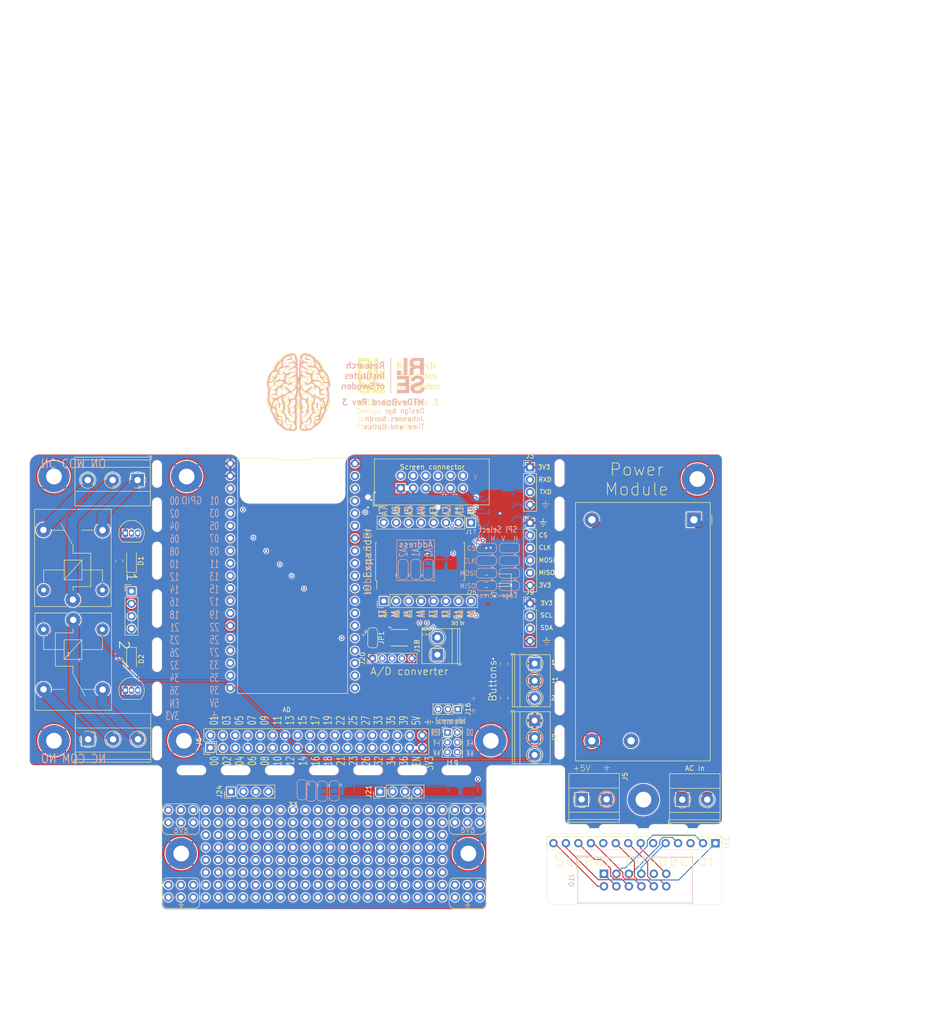
<source format=kicad_pcb>
(kicad_pcb (version 20221018) (generator pcbnew)
  (layers (0 "F.Cu" signal) (1 "In1.Cu" power) (2 "In2.Cu" power) (31 "B.Cu" signal) (34 "B.Paste" user) (35 "F.Paste" user) (36 "B.SilkS" user "B.Silkscreen") (37 "F.SilkS" user "F.Silkscreen") (38 "B.Mask" user) (39 "F.Mask" user) (44 "Edge.Cuts" user))
  (net 0 "")
  (net 1 "Net-(D1-A)")
  (net 2 "Net-(D2-A)")
  (net 3 "GND")
  (net 4 "/36")
  (net 5 "/39")
  (net 6 "BTN1")
  (net 7 "BTN2")
  (net 8 "Net-(D3-A)")
  (net 9 "Net-(D4-A)")
  (net 10 "/SCL")
  (net 11 "/34")
  (net 12 "/35")
  (net 13 "/21")
  (net 14 "/19")
  (net 15 "/18")
  (net 16 "/17")
  (net 17 "/16")
  (net 18 "/12")
  (net 19 "/15")
  (net 20 "Net-(J8-Pin_5)")
  (net 21 "Net-(J8-Pin_7)")
  (net 22 "Net-(J8-Pin_9)")
  (net 23 "/SDA")
  (net 24 "Net-(J10-Pin_1)")
  (net 25 "Net-(J10-Pin_2)")
  (net 26 "Net-(J10-Pin_3)")
  (net 27 "Net-(J10-Pin_4)")
  (net 28 "VREF")
  (net 29 "Net-(J10-Pin_5)")
  (net 30 "Net-(J10-Pin_6)")
  (net 31 "Net-(J10-Pin_7)")
  (net 32 "Net-(J10-Pin_8)")
  (net 33 "Net-(J10-Pin_9)")
  (net 34 "Net-(J10-Pin_10)")
  (net 35 "AI0")
  (net 36 "AI1")
  (net 37 "Net-(J10-Pin_11)")
  (net 38 "Net-(J10-Pin_12)")
  (net 41 "Net-(J12-Pin_1)")
  (net 42 "Net-(J12-Pin_2)")
  (net 43 "Net-(J12-Pin_3)")
  (net 44 "Net-(J13-Pin_1)")
  (net 45 "Net-(J13-Pin_2)")
  (net 46 "Net-(J13-Pin_3)")
  (net 47 "Net-(J16-Pin_1)")
  (net 48 "Net-(J16-Pin_2)")
  (net 49 "Net-(J16-Pin_3)")
  (net 50 "Net-(J17-Pin_1)")
  (net 51 "Relay2")
  (net 52 "Relay1")
  (net 53 "Net-(J17-Pin_2)")
  (net 54 "Net-(J17-Pin_3)")
  (net 55 "Net-(J17-Pin_4)")
  (net 56 "Net-(J17-Pin_5)")
  (net 57 "Net-(J17-Pin_6)")
  (net 58 "TFT_X-")
  (net 59 "TFT_Y-")
  (net 60 "TFT_X+")
  (net 61 "TFT_Y+")
  (net 62 "TFT_RST")
  (net 63 "TFT_CS")
  (net 64 "TFT_DC")
  (net 65 "Net-(J17-Pin_7)")
  (net 66 "Net-(J17-Pin_8)")
  (net 67 "+3.3V")
  (net 68 "+5V")
  (net 69 "Net-(JP18-C)")
  (net 70 "Net-(JP19-C)")
  (net 71 "RXD")
  (net 72 "TXD")
  (net 73 "V_MOSI")
  (net 74 "Net-(JP20-C)")
  (net 75 "/01")
  (net 76 "/03")
  (net 77 "/32")
  (net 78 "Net-(Q1-B)")
  (net 79 "/33")
  (net 80 "V_MISO")
  (net 81 "/25")
  (net 82 "V_CLK")
  (net 83 "/26")
  (net 84 "V_CS")
  (net 85 "/27")
  (net 86 "H_CLK")
  (net 87 "H_MISO")
  (net 88 "/04")
  (net 89 "H_MOSI")
  (net 90 "/00")
  (net 91 "/09")
  (net 92 "/02")
  (net 93 "/10")
  (net 94 "H_CS")
  (net 95 "/11")
  (net 96 "/08")
  (net 97 "/07")
  (net 98 "/06")
  (net 99 "Net-(Q2-B)")
  (net 102 "Net-(J25-Pin_1)")
  (net 103 "Net-(J25-Pin_2)")
  (net 104 "Net-(J25-Pin_3)")
  (net 105 "Net-(J25-Pin_4)")
  (net 106 "Net-(J25-Pin_7)")
  (net 107 "Net-(J25-Pin_8)")
  (net 108 "Net-(J7-Pin_2)")
  (net 109 "Net-(J7-Pin_3)")
  (net 110 "Net-(J7-Pin_4)")
  (net 111 "Net-(J7-Pin_5)")
  (net 112 "Net-(J21-Pin_2)")
  (net 113 "Net-(J21-Pin_3)")
  (net 114 "Net-(J21-Pin_4)")
  (net 115 "Net-(J21-Pin_1)")
  (net 117 "Net-(J14-Pin_1)")
  (net 118 "Net-(J14-Pin_2)")
  (footprint "MountingHole:MountingHole_3.2mm_M3_Pad" (layer "F.Cu") (at 164.1 39.8)
    (fp_text reference "J23" hide)
    (fp_text value "Conn_01x01")
  )
  (footprint "RiseLogo:RiseLogo" (layer "F.Cu") (at 103.155972 18.82)
    (fp_text reference "G***" hide)
    (fp_text value "LOGO" hide)
  )
  (footprint "Connector_IDC:IDC-Header_2x06_P2.54mm_Vertical" (layer "F.Cu") (at 103.62 41.66 90)
    (fp_text reference "J8" hide)
    (fp_text value "Screen connector")
  )
  (footprint "Connector_PinHeader_2.54mm:PinHeader_1x14_P2.54mm_Vertical" (layer "F.Cu") (at 167.775002 113.954893 -90)
    (fp_text reference "J11")
    (fp_text value "Conn_01x14")
  )
  (footprint "Package_TO_SOT_THT:TO-92_Inline" (layer "F.Cu") (at 47.5 82.81)
    (fp_text reference "Q2" hide)
    (fp_text value "Q_Relay2")
  )
  (footprint "Resistor_SMD:R_0805_2012Metric" (layer "F.Cu") (at 46.27 76.45 -90)
    (fp_text reference "R6" hide)
    (fp_text value "R")
  )
  (footprint "Resistor_SMD:R_0805_2012Metric" (layer "F.Cu") (at 46.27 56.45 90)
    (fp_text reference "R5" hide)
    (fp_text value "R")
  )
  (footprint "Package_TO_SOT_THT:TO-92_Inline" (layer "F.Cu") (at 47.5 50.81)
    (fp_text reference "Q1" hide)
    (fp_text value "Q_Relay1")
  )
  (footprint "TerminalBlock_Phoenix:TerminalBlock_Phoenix_MKDS-1,5-3-5.08_1x03_P5.08mm_Horizontal" (layer "F.Cu") (at 50.006 40.014 180)
    (fp_text reference "J12" hide)
    (fp_text value "Screw_Terminal_01x03")
  )
  (footprint "Relay_THT:Relay_SPDT_SANYOU_SRD_Series_Form_C" (layer "F.Cu") (at 36.81 64.37 90)
    (fp_text reference "K1" hide)
    (fp_text value "Relay1" hide)
  )
  (footprint "TerminalBlock_Phoenix:TerminalBlock_Phoenix_MKDS-1,5-3-5.08_1x03_P5.08mm_Horizontal" (layer "F.Cu") (at 39.924 92.796)
    (fp_text reference "J13" hide)
    (fp_text value "Screw_Terminal_01x03" hide)
  )
  (footprint "Relay_THT:Relay_SPDT_SANYOU_SRD_Series_Form_C" (layer "F.Cu") (at 36.89 68.48 -90)
    (fp_text reference "K2" hide)
    (fp_text value "Relay2")
  )
  (footprint "Connector_PinHeader_2.54mm:PinHeader_1x04_P2.54mm_Vertical" (layer "F.Cu") (at 48.77 62.65)
    (fp_text reference "J15" hide)
    (fp_text value "RelayConnector")
  )
  (footprint "RiseLogo:brain" (layer "F.Cu") (at 82.79 22.15)
    (fp_text reference "G***" hide)
    (fp_text value "LOGO" hide)
  )
  (footprint "Resistor_SMD:R_0805_2012Metric" (layer "F.Cu") (at 121.0675 60.09 180)
    (fp_text reference "R3" hide)
    (fp_text value "R")
  )
  (footprint "Connector_PinHeader_2.54mm:PinHeader_2x18_P2.54mm_Vertical" (layer "F.Cu") (at 64.84 94.53 90)
    (fp_text reference "J6")
    (fp_text value "GPIO")
  )
  (footprint "TerminalBlock_Phoenix:TerminalBlock_Phoenix_MKDS-1,5-2-5.08_1x02_P5.08mm_Horizontal" (layer "F.Cu") (at 161.02 105.08)
    (fp_text reference "J14" hide)
    (fp_text value "AC In")
  )
  (footprint "TerminalBlock_Phoenix:TerminalBlock_Phoenix_PT-1,5-3-3.5-H_1x03_P3.50mm_Horizontal" (layer "F.Cu") (at 130.94 77.38 -90)
    (fp_text reference "J1")
    (fp_text value "BTN1")
  )
  (footprint "Resistor_SMD:R_0805_2012Metric" (layer "F.Cu") (at 124.72 77.38 90)
    (fp_text reference "R1" hide)
    (fp_text value "R")
  )
  (footprint "Connector_PinHeader_2.54mm:PinHeader_1x04_P2.54mm_Vertical" (layer "F.Cu") (at 129.982619 37.41)
    (fp_text reference "J3")
    (fp_text value "Conn_01x04" hide)
  )
  (footprint "Resistor_SMD:R_0805_2012Metric" (layer "F.Cu") (at 124.72 84.38 90)
    (fp_text reference "R2" hide)
    (fp_text value "R")
  )
  (footprint "Connector_PinHeader_2.54mm:PinHeader_1x08_P2.54mm_Vertical" (layer "F.Cu") (at 117.945001 48.675 -90)
    (fp_text reference "J17")
    (fp_text value "IOExt_Header")
  )
  (footprint "Package_SO:SOIC-28W_7.5x17.9mm_P1.27mm" (layer "F.Cu") (at 107.570588 56.625488 90)
    (fp_text reference "U3" hide)
    (fp_text value "MCP23017_SO")
  )
  (footprint "LED_SMD:LED_0805_2012Metric" (layer "F.Cu") (at 124.51 60.09 180)
    (fp_text reference "D3" hide)
    (fp_text value "LED")
  )
  (footprint "LED_SMD:LED_0805_2012Metric" (layer "F.Cu") (at 124.51 62.64 180)
    (fp_text reference "D4" hide)
    (fp_text value "LED" hide)
  )
  (footprint "Resistor_SMD:R_0805_2012Metric" (layer "F.Cu") (at 121.0675 62.64 180)
    (fp_text reference "R4" hide)
    (fp_text value "R")
  )
  (footprint "MountingHole:MountingHole_3.2mm_M3_Pad" (layer "F.Cu") (at 59.45 93.1 -90)
    (fp_text reference "J25" hide)
    (fp_text value "Conn_01x01")
  )
  (footprint "MountingHole:MountingHole_3.2mm_M3_Pad" (layer "F.Cu") (at 32.97 39.29 -90)
    (fp_text reference "J24" hide)
    (fp_text value "Conn_01x01")
  )
  (footprint "MountingHole:MountingHole_3.2mm_M3_Pad" (layer "F.Cu") (at 32.97 93.1 -90)
    (fp_text reference "J25" hide)
    (fp_text value "Conn_01x01")
  )
  (footprint "MountingHole:MountingHole_3.2mm_M3_Pad" (layer "F.Cu") (at 122 93.1 -90)
    (fp_text reference "J25" hide)
    (fp_text value "Conn_01x01")
  )
  (footprint "" (layer "F.Cu") (at 110.948249 47.58 90)
    (fp_text reference "")
    (fp_text value "")
  )
  (footprint "Diode_SMD:D_SOD-123" (layer "F.Cu") (at 48.77 56.45 90)
    (fp_text reference "D1")
    (fp_text value "D")
  )
  (footprint "Diode_SMD:D_SOD-123" (layer "F.Cu") (at 48.77 76.45 -90)
    (fp_text reference "D2")
    (fp_text value "D")
  )
  (footprint "MountingHole:MountingHole_3.2mm_M3_Pad" (layer "F.Cu") (at 60 39.3)
    (fp_text reference "J21" hide)
    (fp_text value "Conn_01x01")
  )
  (footprint "MountingHole:MountingHole_3.2mm_M3_Pad" (layer "F.Cu") (at 117.41 116.06 90)
    (fp_text reference "" hide)
    (fp_text value "Conn_01x01")
  )
  (footprint "MountingHole:MountingHole_3.2mm_M3_Pad" (layer "F.Cu") (at 58.9 116.06 90)
    (fp_text reference "J29" hide)
    (fp_text value "Conn_01x01")
  )
  (footprint "Converter_ACDC:Converter_ACDC_MeanWell_IRM-20-xx_THT" (layer "F.Cu") (at 163.3825 48.1 -90)
    (fp_text reference "Power1" hide)
    (fp_text value "IRM-20-5")
  )
  (footprint "RISE.logo:SolderWire_2.54_1x1" (layer "F.Cu") (at 56.27 107.21 90)
    (fp_text reference " " hide)
    (fp_text value " " hide)
  )
  (footprint "RISE.logo:SolderWire_2.54_1x1" (layer "F.Cu") (at 58.81 107.21 90)
    (fp_text reference " " hide)
    (fp_text value " " hide)
  )
  (footprint "RISE.logo:SolderWire_2.54_1x1" (layer "F.Cu") (at 61.35 107.21 90)
    (fp_text reference " " hide)
    (fp_text value " " hide)
  )
  (footprint "RISE.logo:SolderWire_2.54_1x1" (layer "F.Cu") (at 63.89 107.21 90)
    (fp_text reference " " hide)
    (fp_text value " " hide)
  )
  (footprint "RISE.logo:SolderWire_2.54_1x1" (layer "F.Cu") (at 66.43 107.21 90)
    (fp_text reference " " hide)
    (fp_text value " " hide)
  )
  (footprint "RISE.logo:SolderWire_2.54_1x1" (layer "F.Cu") (at 68.97 107.21 90)
    (fp_text reference " " hide)
    (fp_text value " " hide)
  )
  (footprint "RISE.logo:SolderWire_2.54_1x1" (layer "F.Cu") (at 71.51 107.21 90)
    (fp_text reference " " hide)
    (fp_text value " " hide)
  )
  (footprint "RISE.logo:SolderWire_2.54_1x1" (layer "F.Cu") (at 74.05 107.21 90)
    (fp_text reference " " hide)
    (fp_text value " " hide)
  )
  (footprint "RISE.logo:SolderWire_2.54_1x1" (layer "F.Cu") (at 76.59 107.21 90)
    (fp_text reference " " hide)
    (fp_text value " " hide)
  )
  (footprint "RISE.logo:SolderWire_2.54_1x1" (layer "F.Cu") (at 79.13 107.21 90)
    (fp_text reference " " hide)
    (fp_text value " " hide)
  )
  (footprint "RISE.logo:SolderWire_2.54_1x1" (layer "F.Cu") (at 81.67 107.21 90)
    (fp_text reference " " hide)
    (fp_text value " " hide)
  )
  (footprint "RISE.logo:SolderWire_2.54_1x1" (layer "F.Cu") (at 84.21 107.21 90)
    (fp_text reference " " hide)
    (fp_text value " " hide)
  )
  (footprint "RISE.logo:SolderWire_2.54_1x1" (layer "F.Cu") (at 86.75 107.21 90)
    (fp_text reference " " hide)
    (fp_text value " " hide)
  )
  (footprint "RISE.logo:SolderWire_2.54_1x1" (layer "F.Cu") (at 89.29 107.21 90)
    (fp_text reference " " hide)
    (fp_text value " " hide)
  )
  (footprint "RISE.logo:SolderWire_2.54_1x1" (layer "F.Cu") (at 91.83 107.21 90)
    (fp_text reference " " hide)
    (fp_text value " " hide)
  )
  (footprint "RISE.logo:SolderWire_2.54_1x1" (layer "F.Cu") (at 94.37 107.21 90)
    (fp_text reference " " hide)
    (fp_text value " " hide)
  )
  (footprint "RISE.logo:SolderWire_2.54_1x1" (layer "F.Cu") (at 96.91 107.21 90)
    (fp_text reference " " hide)
    (fp_text value " " hide)
  )
  (footprint "RISE.logo:SolderWire_2.54_1x1" (layer "F.Cu") (at 99.45 107.21 90)
    (fp_text reference " " hide)
    (fp_text value " " hide)
  )
  (footprint "RISE.logo:SolderWire_2.54_1x1" (layer "F.Cu") (at 101.99 107.21 90)
    (fp_text reference " " hide)
    (fp_text value " " hide)
  )
  (footprint "RISE.logo:SolderWire_2.54_1x1" (layer "F.Cu") (at 104.53 107.21 90)
    (fp_text reference " " hide)
    (fp_text value " " hide)
  )
  (footprint "RISE.logo:SolderWire_2.54_1x1" (layer "F.Cu") (at 107.07 107.21 90)
    (fp_text reference " " hide)
    (fp_text value " " hide)
  )
  (footprint "RISE.logo:SolderWire_2.54_1x1" (layer "F.Cu") (at 109.61 107.21 90)
    (fp_text reference " " hide)
    (fp_text value " " hide)
  )
  (footprint "RISE.logo:SolderWire_2.54_1x1" (layer "F.Cu") (at 112.15 107.21 90)
    (fp_text reference " " hide)
    (fp_text value " " hide)
  )
  (footprint "RISE.logo:SolderWire_2.54_1x1" (layer "F.Cu") (at 114.69 107.21 90)
    (fp_text reference " " hide)
    (fp_text value " " hide)
  )
  (footprint "RISE.logo:SolderWire_2.54_1x1" (layer "F.Cu") (at 117.23 107.21 90)
    (fp_text reference " " hide)
    (fp_text value " " hide)
  )
  (footprint "RISE.logo:SolderWire_2.54_1x1" (layer "F.Cu") (at 119.77 107.21 90)
    (fp_text reference " " hide)
    (fp_text value " " hide)
  )
  (footprint "RISE.logo:SolderWire_2.54_1x1" (layer "F.Cu") (at 56.27 109.75 90)
    (fp_text reference " " hide)
    (fp_text value " " hide)
  )
  (footprint "RISE.logo:SolderWire_2.54_1x1" (layer "F.Cu") (at 58.81 109.75 90)
    (fp_text reference " " hide)
    (fp_text value " " hide)
  )
  (footprint "RISE.logo:SolderWire_2.54_1x1" (layer "F.Cu") (at 61.35 109.75 90)
    (fp_text reference " " hide)
    (fp_text value " " hide)
  )
  (footprint "RISE.logo:SolderWire_2.54_1x1" (layer "F.Cu") (at 63.89 109.75 90)
    (fp_text reference " " hide)
    (fp_text value " " hide)
  )
  (footprint "RISE.logo:SolderWire_2.54_1x1" (layer "F.Cu") (at 66.43 109.75 90)
    (fp_text reference " " hide)
    (fp_text value " " hide)
  )
  (footprint "RISE.logo:SolderWire_2.54_1x1" (layer "F.Cu") (at 68.97 109.75 90)
    (fp_text reference " " hide)
    (fp_text value " " hide)
  )
  (footprint "RISE.logo:SolderWire_2.54_1x1" (layer "F.Cu") (at 71.51 109.75 90)
    (fp_text reference " " hide)
    (fp_text value " " hide)
  )
  (footprint "RISE.logo:SolderWire_2.54_1x1" (layer "F.Cu") (at 74.05 109.75 90)
    (fp_text reference " " hide)
    (fp_text value " " hide)
  )
  (footprint "RISE.logo:SolderWire_2.54_1x1" (layer "F.Cu") (at 76.59 109.75 90)
    (fp_text reference " " hide)
    (fp_text value " " hide)
  )
  (footprint "RISE.logo:SolderWire_2.54_1x1" (layer "F.Cu") (at 79.13 109.75 90)
    (fp_text reference " " hide)
    (fp_text value " " hide)
  )
  (footprint "RISE.logo:SolderWire_2.54_1x1" (layer "F.Cu") (at 81.67 109.75 90)
    (fp_text reference " " hide)
    (fp_text value " " hide)
  )
  (footprint "RISE.logo:SolderWire_2.54_1x1" (layer "F.Cu") (at 84.21 109.75 90)
    (fp_text reference " " hide)
    (fp_text value " " hide)
  )
  (footprint "RISE.logo:SolderWire_2.54_1x1" (layer "F.Cu") (at 86.75 109.75 90)
    (fp_text reference " " hide)
    (fp_text value " " hide)
  )
  (footprint "RISE.logo:SolderWire_2.54_1x1" (layer "F.Cu") (at 89.29 109.75 90)
    (fp_text reference " " hide)
    (fp_text value " " hide)
  )
  (footprint "RISE.logo:SolderWire_2.54_1x1" (layer "F.Cu") (at 91.83 109.75 90)
    (fp_text reference " " hide)
    (fp_text value " " hide)
  )
  (footprint "RISE.logo:SolderWire_2.54_1x1" (layer "F.Cu") (at 94.37 109.75 90)
    (fp_text reference " " hide)
    (fp_text value " " hide)
  )
  (footprint "RISE.logo:SolderWire_2.54_1x1" (layer "F.Cu") (at 96.91 109.75 90)
    (fp_text reference " " hide)
    (fp_text value " " hide)
  )
  (footprint "RISE.logo:SolderWire_2.54_1x1" (layer "F.Cu") (at 99.45 109.75 90)
    (fp_text reference " " hide)
    (fp_text value " " hide)
  )
  (footprint "RISE.logo:SolderWire_2.54_1x1" (layer "F.Cu") (at 101.99 109.75 90)
    (fp_text reference " " hide)
    (fp_text value " " hide)
  )
  (footprint "RISE.logo:SolderWire_2.54_1x1" (layer "F.Cu") (at 104.53 109.75 90)
    (fp_text reference " " hide)
    (fp_text value " " hide)
  )
  (footprint "RISE.logo:SolderWire_2.54_1x1" (layer "F.Cu") (at 107.07 109.75 90)
    (fp_text reference " " hide)
    (fp_text value " " hide)
  )
  (footprint "RISE.logo:SolderWire_2.54_1x1" (layer "F.Cu") (at 109.61 109.75 90)
    (fp_text reference " " hide)
    (fp_text value " " hide)
  )
  (footprint "RISE.logo:SolderWire_2.54_1x1" (layer "F.Cu") (at 112.15 109.75 90)
    (fp_text reference " " hide)
    (fp_text value " " hide)
  )
  (footprint "RISE.logo:SolderWire_2.54_1x1" (layer "F.Cu") (at 114.69 109.75 90)
    (fp_text reference " " hide)
    (fp_text value " " hide)
  )
  (footprint "RISE.logo:SolderWire_2.54_1x1" (layer "F.Cu") (at 117.23 109.75 90)
    (fp_text reference " " hide)
    (fp_text value " " hide)
  )
  (footprint "RISE.logo:SolderWire_2.54_1x1" (layer "F.Cu") (at 119.77 109.75 90)
    (fp_text reference " " hide)
    (fp_text value " " hide)
  )
  (footprint "RISE.logo:SolderWire_2.54_1x1" (layer "F.Cu") (at 63.89 112.29 90)
    (fp_text reference " " hide)
    (fp_text value " " hide)
  )
  (footprint "RISE.logo:SolderWire_2.54_1x1" (layer "F.Cu") (at 66.43 112.29 90)
    (fp_text reference " " hide)
    (fp_text value " " hide)
  )
  (footprint "RISE.logo:SolderWire_2.54_1x1" (layer "F.Cu") (at 68.97 112.29 90)
    (fp_text reference " " hide)
    (fp_text value " " hide)
  )
  (footprint "RISE.logo:SolderWire_2.54_1x1" (layer "F.Cu") (at 71.51 112.29 90)
    (fp_text reference " " hide)
    (fp_text value " " hide)
  )
  (footprint "RISE.logo:SolderWire_2.54_1x1" (layer "F.Cu") (at 74.05 112.29 90)
    (fp_text reference " " hide)
    (fp_text value " " hide)
  )
  (footprint "RISE.logo:SolderWire_2.54_1x1" (layer "F.Cu") (at 76.59 112.29 90)
    (fp_text reference " " hide)
    (fp_text value " " hide)
  )
  (footprint "RISE.logo:SolderWire_2.54_1x1" (layer "F.Cu") (at 79.13 112.29 90)
    (fp_text reference " " hide)
    (fp_text value " " hide)
  )
  (footprint "RISE.logo:SolderWire_2.54_1x1" (layer "F.Cu") (at 81.67 112.29 90)
    (fp_text reference " " hide)
    (fp_text value " " hide)
  )
  (footprint "RISE.logo:SolderWire_2.54_1x1" (layer "F.Cu") (at 84.21 112.29 90)
    (fp_text reference " " hide)
    (fp_text value " " hide)
  )
  (footprint "RISE.logo:SolderWire_2.54_1x1" (layer "F.Cu") (at 86.75 112.29 90)
    (fp_text reference " " hide)
    (fp_text value " " hide)
  )
  (footprint "RISE.logo:SolderWire_2.54_1x1" (layer "F.Cu") (at 89.29 112.29 90)
    (fp_text reference " " hide)
    (fp_text value " " hide)
  )
  (footprint "RISE.logo:SolderWire_2.54_1x1" (layer "F.Cu") (at 91.83 112.29 90)
    (fp_text reference " " hide)
    (fp_text value " " hide)
  )
  (footprint "RISE.logo:SolderWire_2.54_1x1" (layer "F.Cu") (at 94.37 112.29 90)
    (fp_text reference " " hide)
    (fp_text value " " hide)
  )
  (footprint "RISE.logo:SolderWire_2.54_1x1" (layer "F.Cu") (at 96.91 112.29 90)
    (fp_text reference " " hide)
    (fp_text value " " hide)
  )
  (footprint "RISE.logo:SolderWire_2.54_1x1" (layer "F.Cu") (at 99.45 112.29 90)
    (fp_text reference " " hide)
    (fp_text value " " hide)
  )
  (footprint "RISE.logo:SolderWire_2.54_1x1" (layer "F.Cu") (at 101.99 112.29 90)
    (fp_text reference " " hide)
    (fp_text value " " hide)
  )
  (footprint "RISE.logo:SolderWire_2.54_1x1" (layer "F.Cu") (at 104.53 112.29 90)
    (fp_text reference " " hide)
    (fp_text value " " hide)
  )
  (footprint "RISE.logo:SolderWire_2.54_1x1" (layer "F.Cu") (at 107.07 112.29 90)
    (fp_text reference " " hide)
    (fp_text value " " hide)
  )
  (footprint "RISE.logo:SolderWire_2.54_1x1" (layer "F.Cu") (at 109.61 112.29 90)
    (fp_text reference " " hide)
    (fp_text value " " hide)
  )
  (footprint "RISE.logo:SolderWire_2.54_1x1" (layer "F.Cu") (at 112.15 112.29 90)
    (fp_text reference " " hide)
    (fp_text value " " hide)
  )
  (footprint "RISE.logo:SolderWire_2.54_1x1" (layer "F.Cu") (at 63.89 114.83 90)
    (fp_text reference " " hide)
    (fp_text value " " hide)
  )
  (footprint "RISE.logo:SolderWire_2.54_1x1" (layer "F.Cu") (at 66.43 114.83 90)
    (fp_text reference " " hide)
    (fp_text value " " hide)
  )
  (footprint "RISE.logo:SolderWire_2.54_1x1" (layer "F.Cu") (at 68.97 114.83 90)
    (fp_text reference " " hide)
    (fp_text value " " hide)
  )
  (footprint "RISE.logo:SolderWire_2.54_1x1" (layer "F.Cu") (at 71.51 114.83 90)
    (fp_text reference " " hide)
    (fp_text value " " hide)
  )
  (footprint "RISE.logo:SolderWire_2.54_1x1" (layer "F.Cu") (at 74.05 114.83 90)
    (fp_text reference " " hide)
    (fp_text value " " hide)
  )
  (footprint "RISE.logo:SolderWire_2.54_1x1" (layer "F.Cu") (at 76.59 114.83 90)
    (fp_text reference " " hide)
    (fp_text value " " hide)
  )
  (footprint "RISE.logo:SolderWire_2.54_1x1" (layer "F.Cu") (at 79.13 114.83 90)
    (fp_text reference " " hide)
    (fp_text value " " hide)
  )
  (footprint "RISE.logo:SolderWire_2.54_1x1" (layer "F.Cu") (at 81.67 114.83 90)
    (fp_text reference " " hide)
    (fp_text value " " hide)
  )
  (footprint "RISE.logo:SolderWire_2.54_1x1" (layer "F.Cu") (at 84.21 114.83 90)
    (fp_text reference " " hide)
    (fp_text value " " hide)
  )
  (footprint "RISE.logo:SolderWire_2.54_1x1" (layer "F.Cu") (at 86.75 114.83 90)
    (fp_text reference " " hide)
    (fp_text value " " hide)
  )
  (footprint "RISE.logo:SolderWire_2.54_1x1" (layer "F.Cu") (at 89.29 114.83 90)
    (fp_text reference " " hide)
    (fp_text value " " hide)
  )
  (footprint "RISE.logo:SolderWire_2.54_1x1" (layer "F.Cu") (at 91.83 114.83 90)
    (fp_text reference " " hide)
    (fp_text value " " hide)
  )
  (footprint "RISE.logo:SolderWire_2.54_1x1" (layer "F.Cu") (at 94.37 114.83 90)
    (fp_text reference " " hide)
    (fp_text value " " hide)
  )
  (footprint "RISE.logo:SolderWire_2.54_1x1" (layer "F.Cu") (at 96.91 114.83 90)
    (fp_text reference " " hide)
    (fp_text value " " hide)
  )
  (footprint "RISE.logo:SolderWire_2.54_1x1" (layer "F.Cu") (at 99.45 114.83 90)
    (fp_text reference " " hide)
    (fp_text value " " hide)
  )
  (footprint "RISE.logo:SolderWire_2.54_1x1" (layer "F.Cu") (at 101.99 114.83 90)
    (fp_text reference " " hide)
    (fp_text value " " hide)
  )
  (footprint "RISE.logo:SolderWire_2.54_1x1" (layer "F.Cu") (at 104.53 114.83 90)
    (fp_text reference " " hide)
    (fp_text value " " hide)
  )
  (footprint "RISE.logo:SolderWire_2.54_1x1" (layer "F.Cu") (at 107.07 114.83 90)
    (fp_text reference " " hide)
    (fp_text value " " hide)
  )
  (footprint "RISE.logo:SolderWire_2.54_1x1" (layer "F.Cu") (at 109.61 114.83 90)
    (fp_text reference " " hide)
    (fp_text value " " hide)
  )
  (footprint "RISE.logo:SolderWire_2.54_1x1" (layer "F.Cu") (at 112.15 114.83 90)
    (fp_text reference " " hide)
    (fp_text value " " hide)
  )
  (footprint "RISE.logo:SolderWire_2.54_1x1" (layer "F.Cu") (at 63.89 117.37 90)
    (fp_text reference " " hide)
    (fp_text value " " hide)
  )
  (footprint "RISE.logo:SolderWire_2.54_1x1" (layer "F.Cu") (at 66.43 117.37 90)
    (fp_text reference " " hide)
    (fp_text value " " hide)
  )
  (footprint "RISE.logo:SolderWire_2.54_1x1" (layer "F.Cu") (at 68.97 117.37 90)
    (fp_text reference " " hide)
    (fp_text value " " hide)
  )
  (footprint "RISE.logo:SolderWire_2.54_1x1" (layer "F.Cu") (at 71.51 117.37 90)
    (fp_text reference " " hide)
    (fp_text value " " hide)
  )
  (footprint "RISE.logo:SolderWire_2.54_1x1" (layer "F.Cu") (at 74.05 117.37 90)
    (fp_text reference " " hide)
    (fp_text value " " hide)
  )
  (footprint "RISE.logo:SolderWire_2.54_1x1" (layer "F.Cu") (at 76.59 117.37 90)
    (fp_text reference " " hide)
    (fp_text value " " hide)
  )
  (footprint "RISE.logo:SolderWire_2.54_1x1" (layer "F.Cu") (at 79.13 117.37 90)
    (fp_text reference " " hide)
    (fp_text value " " hide)
  )
  (footprint "RISE.logo:SolderWire_2.54_1x1" (layer "F.Cu") (at 81.67 117.37 90)
    (fp_text reference " " hide)
    (fp_text value " " hide)
  )
  (footprint "RISE.logo:SolderWire_2.54_1x1" (layer "F.Cu") (at 84.21 117.37 90)
    (fp_text reference " " hide)
    (fp_text value " " hide)
  )
  (footprint "RISE.logo:SolderWire_2.54_1x1" (layer "F.Cu") (at 86.75 117.37 90)
    (fp_text reference " " hide)
    (fp_text value " " hide)
  )
  (footprint "RISE.logo:SolderWire_2.54_1x1" (layer "F.Cu") (at 89.29 117.37 90)
    (fp_text reference " " hide)
    (fp_text value " " hide)
  )
  (footprint "RISE.logo:SolderWire_2.54_1x1" (layer "F.Cu") (at 91.83 117.37 90)
    (fp_text reference " " hide)
    (fp_text value " " hide)
  )
  (footprint "RISE.logo:SolderWire_2.54_1x1" (layer "F.Cu") (at 94.37 117.37 90)
    (fp_text reference " " hide)
    (fp_text value " " hide)
  )
  (footprint "RISE.logo:SolderWire_2.54_1x1" (layer "F.Cu") (at 96.91 117.37 90)
    (fp_text reference " " hide)
    (fp_text value " " hide)
  )
  (footprint "RISE.logo:SolderWire_2.54_1x1" (layer "F.Cu") (at 99.45 117.37 90)
    (fp_text reference " " hide)
    (fp_text value " " hide)
  )
  (footprint "RISE.logo:SolderWire_2.54_1x1" (layer "F.Cu") (at 101.99 117.37 90)
    (fp_text reference " " hide)
    (fp_text value " " hide)
  )
  (footprint "RISE.logo:SolderWire_2.54_1x1" (layer "F.Cu") (at 104.53 117.37 90)
    (fp_text reference " " hide)
    (fp_text value " " hide)
  )
  (footprint "RISE.logo:SolderWire_2.54_1x1" (layer "F.Cu") (at 107.07 117.37 90)
    (fp_text reference " " hide)
    (fp_text value " " hide)
  )
  (footprint "RISE.logo:SolderWire_2.54_1x1" (layer "F.Cu") (at 109.61 117.37 90)
    (fp_text reference " " hide)
    (fp_text value " " hide)
  )
  (footprint "RISE.logo:SolderWire_2.54_1x1" (layer "F.Cu") (at 112.15 117.37 90)
    (fp_text reference " " hide)
    (fp_text value " " hide)
  )
  (footprint "RISE.logo:SolderWire_2.54_1x1" (layer "F.Cu") (at 63.89 119.91 90)
    (fp_text reference " " hide)
    (fp_text value " " hide)
  )
  (footprint "RISE.logo:SolderWire_2.54_1x1" (layer "F.Cu") (at 66.43 119.91 90)
    (fp_text reference " " hide)
    (fp_text value " " hide)
  )
  (footprint "RISE.logo:SolderWire_2.54_1x1" (layer "F.Cu") (at 68.97 119.91 90)
    (fp_text reference " " hide)
    (fp_text value " " hide)
  )
  (footprint "RISE.logo:SolderWire_2.54_1x1" (layer "F.Cu") (at 71.51 119.91 90)
    (fp_text reference " " hide)
    (fp_text value " " hide)
  )
  (footprint "RISE.logo:SolderWire_2.54_1x1" (layer "F.Cu") (at 74.05 119.91 90)
    (fp_text reference " " hide)
    (fp_text value " " hide)
  )
  (footprint "RISE.logo:SolderWire_2.54_1x1" (layer "F.Cu") (at 76.59 119.91 90)
    (fp_text reference " " hide)
    (fp_text value " " hide)
  )
  (footprint "RISE.logo:SolderWire_2.54_1x1" (layer "F.Cu") (at 79.13 119.91 90)
    (fp_text reference " " hide)
    (fp_text value " " hide)
  )
  (footprint "RISE.logo:SolderWire_2.54_1x1" (layer "F.Cu") (at 81.67 119.91 90)
    (fp_text reference " " hide)
    (fp_text value " " hide)
  )
  (footprint "RISE.logo:SolderWire_2.54_1x1" (layer "F.Cu") (at 84.21 119.91 90)
    (fp_text reference " " hide)
    (fp_text value " " hide)
  )
  (footprint "RISE.logo:SolderWire_2.54_1x1" (layer "F.Cu") (at 86.75 119.91 90)
    (fp_text reference " " hide)
    (fp_text value " " hide)
  )
  (footprint "RISE.logo:SolderWire_2.54_1x1" (layer "F.Cu") (at 89.29 119.91 90)
    (fp_text reference " " hide)
    (fp_text value " " hide)
  )
  (footprint "RISE.logo:SolderWire_2.54_1x1" (layer "F.Cu") (at 91.83 119.91 90)
    (fp_text reference " " hide)
    (fp_text value " " hide)
  )
  (footprint "RISE.logo:SolderWire_2.54_1x1" (layer "F.Cu") (at 94.37 119.91 90)
    (fp_text reference " " hide)
    (fp_text value " " hide)
  )
  (footprint "RISE.logo:SolderWire_2.54_1x1" (layer "F.Cu") (at 96.91 119.91 90)
    (fp_text reference " " hide)
    (fp_text value " " hide)
  )
  (footprint "RISE.logo:SolderWire_2.54_1x1" (layer "F.Cu") (at 99.45 119.91 90)
    (fp_text reference " " hide)
    (fp_text value " " hide)
  )
  (footprint "RISE.logo:SolderWire_2.54_1x1" (layer "F.Cu") (at 101.99 119.91 90)
    (fp_text reference " " hide)
    (fp_text value " " hide)
  )
  (footprint "RISE.logo:SolderWire_2.54_1x1" (layer "F.Cu") (at 104.53 119.91 90)
    (fp_text reference " " hide)
    (fp_text value " " hide)
  )
  (footprint "RISE.logo:SolderWire_2.54_1x1" (layer "F.Cu") (at 107.07 119.91 90)
    (fp_text reference " " hide)
    (fp_text value " " hide)
  )
  (footprint "RISE.logo:SolderWire_2.54_1x1" (layer "F.Cu") (at 109.61 119.91 90)
    (fp_text reference " " hide)
    (fp_text value " " hide)
  )
  (footprint "RISE.logo:SolderWire_2.54_1x1" (layer "F.Cu") (at 112.15 119.91 90)
    (fp_text reference " " hide)
    (fp_text value " " hide)
  )
  (footprint "RISE.logo:SolderWire_2.54_1x1" (layer "F.Cu") (at 56.27 122.45 90)
    (fp_text reference " " hide)
    (fp_text value " " hide)
  )
  (footprint "RISE.logo:SolderWire_2.54_1x1" (layer "F.Cu") (at 58.81 122.45 90)
    (fp_text reference " " hide)
    (fp_text value " " hide)
  )
  (footprint "RISE.logo:SolderWire_2.54_1x1" (layer "F.Cu") (at 61.35 122.45 90)
    (fp_text reference " " hide)
    (fp_text value " " hide)
  )
  (footprint "RISE.logo:SolderWire_2.54_1x1" (layer "F.Cu") (at 63.89 122.45 90)
    (fp_text reference " " hide)
    (fp_text value " " hide)
  )
  (footprint "RISE.logo:SolderWire_2.54_1x1" (layer "F.Cu") (at 66.43 122.45 90)
    (fp_text reference " " hide)
    (fp_text value " " hide)
  )
  (footprint "RISE.logo:SolderWire_2.54_1x1" (layer "F.Cu") (at 68.97 122.45 90)
    (fp_text reference " " hide)
    (fp_text value " " hide)
  )
  (footprint "RISE.logo:SolderWire_2.54_1x1" (layer "F.Cu") (at 71.51 122.45 90)
    (fp_text reference " " hide)
    (fp_text value " " hide)
  )
  (footprint "RISE.logo:SolderWire_2.54_1x1" (layer "F.Cu") (at 74.05 122.45 90)
    (fp_text reference " " hide)
    (fp_text value " " hide)
  )
  (footprint "RISE.logo:SolderWire_2.54_1x1" (layer "F.Cu") (at 76.59 122.45 90)
    (fp_text reference " " hide)
    (fp_text value " " hide)
  )
  (footprint "RISE.logo:SolderWire_2.54_1x1" (layer "F.Cu") (at 79.13 122.45 90)
    (fp_text reference " " hide)
    (fp_text value " " hide)
  )
  (footprint "RISE.logo:SolderWire_2.54_1x1" (layer "F.Cu") (at 81.67 122.45 90)
    (fp_text reference " " hide)
    (fp_text value " " hide)
  )
  (footprint "RISE.logo:SolderWire_2.54_1x1" (layer "F.Cu") (at 84.21 122.45 90)
    (fp_text reference " " hide)
    (fp_text value " " hide)
  )
  (footprint "RISE.logo:SolderWire_2.54_1x1" (layer "F.Cu") (at 86.75 122.45 90)
    (fp_text reference " " hide)
    (fp_text value " " hide)
  )
  (footprint "RISE.logo:SolderWire_2.54_1x1" (layer "F.Cu") (at 89.29 122.45 90)
    (fp_text reference " " hide)
    (fp_text value " " hide)
  )
  (footprint "RISE.logo:SolderWire_2.54_1x1" (layer "F.Cu") (at 91.83 122.45 90)
    (fp_text reference " " hide)
    (fp_text value " " hide)
  )
  (footprint "RISE.logo:SolderWire_2.54_1x1" (layer "F.Cu") (at 94.37 122.45 90)
    (fp_text reference " " hide)
    (fp_text value " " hide)
  )
  (footprint "RISE.logo:SolderWire_2.54_1x1" (layer "F.Cu") (at 96.91 122.45 90)
    (fp_text reference " " hide)
    (fp_text value " " hide)
  )
  (footprint "RISE.logo:SolderWire_2.54_1x1" (layer "F.Cu") (at 99.45 122.45 90)
    (fp_text reference " " hide)
    (fp_text value " " hide)
  )
  (footprint "RISE.logo:SolderWire_2.54_1x1" (layer "F.Cu") (at 101.99 122.45 90)
    (fp_text reference " " hide)
    (fp_text value " " hide)
  )
  (footprint "RISE.logo:SolderWire_2.54_1x1" (layer "F.Cu") (at 104.53 122.45 90)
    (fp_text reference " " hide)
    (fp_text value " " hide)
  )
  (footprint "RISE.logo:SolderWire_2.54_1x1" (layer "F.Cu") (at 107.07 122.45 90)
    (fp_text reference " " hide)
    (fp_text value " " hide)
  )
  (footprint "RISE.logo:SolderWire_2.54_1x1" (layer "F.Cu") (at 109.61 122.45 90)
    (fp_text reference " " hide)
    (fp_text value " " hide)
  )
  (footprint "RISE.logo:SolderWire_2.54_1x1" (layer "F.Cu") (at 112.15 122.45 90)
    (fp_text reference " " hide)
    (fp_text value " " hide)
  )
  (footprint "RISE.logo:SolderWire_2.54_1x1" (layer "F.Cu") (at 114.69 122.45 90)
    (fp_text reference " " hide)
    (fp_text value " " hide)
  )
  (footprint "RISE.logo:SolderWire_2.54_1x1" (layer "F.Cu") (at 117.23 122.45 90)
    (fp_text reference " " hide)
    (fp_text value " " hide)
  )
  (footprint "RISE.logo:SolderWire_2.54_1x1" (layer "F.Cu") (at 119.77 122.45 90)
    (fp_text reference " " hide)
    (fp_text value " " hide)
  )
  (footprint "RISE.logo:SolderWire_2.54_1x1" (layer "F.Cu") (at 56.27 124.99 90)
    (fp_text reference " " hide)
    (fp_text value " " hide)
  )
  (footprint "RISE.logo:SolderWire_2.54_1x1" (layer "F.Cu") (at 58.81 124.99 90)
    (fp_text reference " " hide)
    (fp_text value " " hide)
  )
  (footprint "RISE.logo:SolderWire_2.54_1x1" (layer "F.Cu") (at 61.35 124.99 90)
    (fp_text reference " " hide)
    (fp_text value " " hide)
  )
  (footprint "RISE.logo:SolderWire_2.54_1x1" (layer "F.Cu") (at 63.89 124.99 90)
    (fp_text reference " " hide)
    (fp_text value " " hide)
  )
  (footprint "RISE.logo:SolderWire_2.54_1x1" (layer "F.Cu") (at 66.43 124.99 90)
    (fp_text reference " " hide)
    (fp_text value " " hide)
  )
  (footprint "RISE.logo:SolderWire_2.54_1x1" (layer "F.Cu") (at 68.97 124.99 90)
    (fp_text reference " " hide)
    (fp_text value " " hide)
  )
  (footprint "RISE.logo:SolderWire_2.54_1x1" (layer "F.Cu") (at 71.51 124.99 90)
    (fp_text reference " " hide)
    (fp_text value " " hide)
  )
  (footprint "RISE.logo:SolderWire_2.54_1x1" (layer "F.Cu") (at 74.05 124.99 90)
    (fp_text reference " " hide)
    (fp_text value " " hide)
  )
  (footprint "RISE.logo:SolderWire_2.54_1x1" (layer "F.Cu") (at 76.59 124.99 90)
    (fp_text reference " " hide)
    (fp_text value " " hide)
  )
  (footprint "RISE.logo:SolderWire_2.54_1x1" (layer "F.Cu") (at 79.13 124.99 90)
    (fp_text reference " " hide)
    (fp_text value " " hide)
  )
  (footprint "RISE.logo:SolderWire_2.54_1x1" (layer "F.Cu") (at 81.67 124.99 90)
    (fp_text reference " " hide)
    (fp_text value " " hide)
  )
  (footprint "RISE.logo:SolderWire_2.54_1x1" (layer "F.Cu") (at 84.21 124.99 90)
    (fp_text reference " " hide)
    (fp_text value " " hide)
  )
  (footprint "RISE.logo:SolderWire_2.54_1x1" (layer "F.Cu") (at 86.75 124.99 90)
    (fp_text reference " " hide)
    (fp_text value " " hide)
  )
  (footprint "RISE.logo:SolderWire_2.54_1x1" (layer "F.Cu") (at 89.29 124.99 90)
    (fp_text reference " " hide)
    (fp_text value " " hide)
  )
  (footprint "RISE.logo:SolderWire_2.54_1x1" (layer "F.Cu") (at 91.83 124.99 90)
    (fp_text reference " " hide)
    (fp_text value " " hide)
  )
  (footprint "RISE.logo:SolderWire_2.54_1x1" (layer "F.Cu") (at 94.37 124.99 90)
    (fp_text reference " " hide)
    (fp_text value " " hide)
  )
  (footprint "RISE.logo:SolderWire_2.54_1x1" (layer "F.Cu") (at 96.91 124.99 90)
    (fp_text reference " " hide)
    (fp_text value " " hide)
  )
  (footprint "RISE.logo:SolderWire_2.54_1x1" (layer "F.Cu") (at 99.45 124.99 90)
    (fp_text reference " " hide)
    (fp_text value " " hide)
  )
  (footprint "RISE.logo:SolderWire_2.54_1x1" (layer "F.Cu") (at 101.99 124.99 90)
    (fp_text reference " " hide)
    (fp_text value " " hide)
  )
  (footprint "RISE.logo:SolderWire_2.54_1x1" (layer "F.Cu") (at 104.53 124.99 90)
    (fp_text reference " " hide)
    (fp_text value " " hide)
  )
  (footprint "RISE.logo:SolderWire_2.54_1x1" (layer "F.Cu") (at 107.07 124.99 90)
    (fp_text reference " " hide)
    (fp_text value " " hide)
  )
  (footprint "RISE.logo:SolderWire_2.54_1x1" (layer "F.Cu") (at 109.61 124.99 90)
    (fp_text reference " " hide)
    (fp_text value " " hide)
  )
  (footprint "RISE.logo:SolderWire_2.54_1x1" (layer "F.Cu") (at 112.15 124.99 90)
    (fp_text reference " " hide)
    (fp_text value " " hide)
  )
  (footprint "RISE.logo:SolderWire_2.54_1x1" (layer "F.Cu") (at 114.69 124.99 90)
    (fp_text reference " " hide)
    (fp_text value " " hide)
  )
  (footprint "RISE.logo:SolderWire_2.54_1x1" (layer "F.Cu") (at 117.23 124.99 90)
    (fp_text reference " " hide)
    (fp_text value " " hide)
  )
  (footprint "RISE.logo:SolderWire_2.54_1x1" (layer "F.Cu") (at 119.77 124.99 90)
    (fp_text reference " " hide)
    (fp_text value " " hide)
  )
  (footprint "ESP32-DevKit-Lipo:DIP-38_1000_ELL" (layer "F.Cu") (at 81.6 59.5 -90)
    (fp_text reference "U1" hide)
    (fp_text value "ESP32-DevKit-Lipo" hide)
  )
  (footprint "Connector_PinHeader_2.00mm:PinHeader_2x03_P2.00mm_Vertical" (layer "F.Cu") (at 113.16 91.409999)
    (fp_text reference "J19")
    (fp_text value "Conn_02x04_Odd_Even" hide)
  )
  (footprint "" (layer "F.Cu") (at 105.08 82.79)
    (fp_text reference "")
    (fp_text value "")
  )
  (footprint "Maxim:MAX11644EUA" (layer "F.Cu") (at 103.3375 72.13)
    (fp_text reference "U4")
    (fp_text value "MAX11644")
  )
  (footprint "TerminalBlock_Phoenix:TerminalBlock_Phoenix_PT-1,5-2-3.5-H_1x02_P3.50mm_Horizontal" (layer "F.Cu") (at 111.11 75.58 90)
    (fp_text reference "J18")
    (fp_text value "BTN1")
  )
  (footprint "Connector_PinHeader_2.54mm:PinHeader_1x06_P2.54mm_Vertical" (layer "F.Cu") (at 129.99 48.74)
    (fp_text reference "J7" hide)
    (fp_text value "Conn_01x06")
  )
  (footprint "TerminalBlock_Phoenix:TerminalBlock_Phoenix_PT-1,5-3-3.5-H_1x03_P3.50mm_Horizontal" (layer "F.Cu") (at 130.93 88.98 -90)
    (fp_text reference "J2")
    (fp_text value "BTN1")
  )
  (footprint "Connector_PinHeader_2.00mm:PinHeader_1x05_P2.00mm_Vertical" (layer "F.Cu") (at 97.88 76.33 90)
    (fp_text reference "J20")
    (fp_text value "Conn_01x06")
  )
  (footprint "Connector_PinHeader_2.54mm:PinHeader_1x08_P2.54mm_Vertical" (layer "F.Cu") (at 100.165 64.645 90)
    (fp_text reference "J25")
    (fp_text value "IOExt_Header")
  )
  (footprint "TerminalBlock_Phoenix:TerminalBlock_Phoenix_MKDS-1,5-2-5.08_1x02_P5.08mm_Horizontal" (layer "F.Cu") (at 140.51 105.02)
    (fp_text reference "J5")
    (fp_text value "AC In")
  )
  (footprint "Connector_PinHeader_2.00mm:PinHeader_1x03_P2.00mm_Vertical" (layer "F.Cu") (at 115.26 86.66 -90)
    (fp_text reference "J16")
    (fp_text value " ")
  )
  (footprint "Connector_PinHeader_2.54mm:PinHeader_1x04_P2.54mm_Vertical" (layer "F.Cu") (at 69.03 103.45 90)
    (fp_text reference "J24")
    (fp_text value "Conn_01x04" hide)
  )
  (footprint "MountingHole:MountingHole_3.2mm_M3_Pad" (layer "F.Cu") (at 153.1 105.08)
    (fp_text reference "J23" hide)
    (fp_text value "Conn_01x01" hide)
  )
  (footprint "Jumper:SolderJumper-3_P1.3mm_Open_RoundedPad1.0x1.5mm" (layer "F.Cu") (at 97.91 72.13 -90)
    (fp_text reference "JP1")
    (fp_text value " ")
  )
  (footprint "Connector_PinHeader_2.54mm:PinHeader_1x04_P2.54mm_Vertical" (layer "F.Cu") (at 129.99 65.16)
    (fp_text reference "J9")
    (fp_text value "Conn_01x04")
  )
  (footprint "Connector_PinHeader_2.54mm:PinHeader_1x04_P2.54mm_Vertical" (layer "F.Cu") (at 99.44 103.45 90)
    (fp_text reference "J21")
    (fp_text value "Conn_01x06")
  )
  (footprint "Connector_IDC:IDC-Header_2x06_P2.54mm_Vertical" (layer "B.Cu") (at 145.050001 120.192893 -90)
    (fp_text reference "J10")
    (fp_text value "Conn_02x06_Odd_Even")
  )
  (footprint "RiseLogo:RiseLogo" (layer "B.Cu") (at 100.072649 18.77 180)
    (fp_text reference "G***" hide)
    (fp_text value "LOGO" hide)
  )
  (footprint "RiseLogo:brain" (layer "B.Cu") (at 82.79 22.09)
    (fp_text reference "G***" hide)
    (fp_text value "LOGO" hide)
  )
  (footprint "Jumper:SolderJumper-3_P1.3mm_Open_RoundedPad1.0x1.5mm" (layer "B.Cu") (at 109.24 58.196 90)
    (fp_text reference "JP20" hide)
    (fp_text value " ")
  )
  (footprint "Jumper:SolderJumper-3_P1.3mm_Open_RoundedPad1.0x1.5mm" (layer "B.Cu") (at 106.69 58.196 90)
    (fp_text reference "JP19" hide)
    (fp_text value " ")
  )
  (footprint "Jumper:SolderJumper-3_P1.3mm_Open_RoundedPad1.0x1.5mm" (layer "B.Cu") (at 104.14 58.196 90)
    (fp_text reference "JP18" hide)
    (fp_text value " ")
  )
  (footprint "Jumper:SolderJumper-3_P1.3mm_Open_RoundedPad1.0x1.5mm" (layer "B.Cu") (at 121.110001 56.411175 180)
    (fp_text reference "JP22" hide)
    (fp_text value " " hide)
  )
  (footprint "Jumper:SolderJumper-3_P1.3mm_Open_RoundedPad1.0x1.5mm" (layer "B.Cu") (at 121.110001 61.532841 180)
    (fp_text reference "JP23" hide)
    (fp_text value " " hide)
  )
  (footprint "Jumper:SolderJumper-3_P1.3mm_Open_RoundedPad1.0x1.5mm" (layer "B.Cu") (at 121.110001 58.972008 180)
    (fp_text reference "JP24" hide)
    (fp_text value " " hide)
  )
  (footprint "Jumper:SolderJumper-3_P1.3mm_Open_RoundedPad1.0x1.5mm" (layer "B.Cu") (at 121.110001 53.850342 180)
    (fp_text reference "JP25" hide)
    (fp_text value " " hide)
  )
  (footprint "Jumper:SolderJumper-3_P1.3mm_Open_RoundedPad1.0x1.5mm" (layer "B.Cu") (at 125.780001 61.532841 180)
    (fp_text reference "JP6" hide)
    (fp_text value " " hide)
  )
  (footprint "Jumper:SolderJumper-3_P1.3mm_Open_RoundedPad1.0x1.5mm" (layer "B.Cu") (at 83.53 103.07 -90)
    (fp_text reference "JP21" hide)
    (fp_text value " ")
  )
  (footprint "Jumper:SolderJumper-3_P1.3mm_Open_RoundedPad1.0x1.5mm" (layer "B.Cu") (at 125.780001 53.850342 180)
    (fp_text reference "JP14" hide)
    (fp_text value " " hide)
  )
  (footprint "Jumper:SolderJumper-3_P1.3mm_Open_RoundedPad1.0x1.5mm" (layer "B.Cu") (at 125.780001 58.972008 180)
    (fp_text reference "JP13" hide)
    (fp_text value " " hide)
  )
  (footprint "Jumper:SolderJumper-3_P1.3mm_Open_RoundedPad1.0x1.5mm" (layer "B.Cu") (at 87.63 103.378 -90)
    (fp_text reference "JP16" hide)
    (fp_text value " ")
  )
  (footprint "Jumper:SolderJumper-3_P1.3mm_Open_RoundedPad1.0x1.5mm" (layer "B.Cu") (at 90.0775 103.28 -90)
    (fp_text reference "JP15" hide)
    (fp_text value " ")
  )
  (footprint "Jumper:SolderJumper-3_P1.3mm_Open_RoundedPad1.0x1.5mm" (layer "B.Cu") (at 125.780001 56.411175 180)
    (fp_text reference "JP5" hide)
    (fp_text value " " hide)
  )
  (footprint "Jumper:SolderJumper-3_P1.3mm_Open_RoundedPad1.0x1.5mm" (layer "B.Cu") (at 85.344 103.348 -90)
    (fp_text reference "JP17" hide)
    (fp_text value " ")
  )
  (gr_line (start 120.64 105.8) (end 103.33 105.79) (stroke (width 0.12)) (layer "B.SilkS"))
  (gr_line (start 102.82 52.236) (end 110.53 52.236) (stroke (width 0.12)) (layer "B.SilkS"))
  (gr_line (start 102.8 60.486) (end 102.82 52.236) (stroke (width 0.12)) (layer "B.SilkS"))
  (gr_line (start 110.53 52.236) (end 110.52 60.486) (stroke (width 0.12)) (layer "B.SilkS"))
  (gr_line (start 110.52 60.486) (end 102.8 60.486) (stroke (width 0.12)) (layer "B.SilkS"))
  (gr_arc (start 113.48 106.92) (mid 113.772893 106.212893) (end 114.48 105.92) (stroke (width 0.12)) (layer "F.SilkS"))
  (gr_line (start 120.99 111.14) (end 120.99 106.92) (stroke (width 0.12)) (layer "F.SilkS"))
  (gr_line (start 113.48 111.15) (end 113.48 106.93) (stroke (width 0.12)) (layer "F.SilkS"))
  (gr_line (start 114.48 112.15) (end 119.99 112.14) (stroke (width 0.12)) (layer "F.SilkS"))
  (gr_arc (start 113.52 122.04) (mid 113.812893 121.332893) (end 114.52 121.04) (stroke (width 0.12)) (layer "F.SilkS"))
  (gr_line (start 114.52 127.27) (end 120.03 127.26) (stroke (width 0.12)) (layer "F.SilkS"))
  (gr_arc (start 121.03 126.26) (mid 120.737107 126.967107) (end 120.03 127.26) (stroke (width 0.12)) (layer "F.SilkS"))
  (gr_line (start 113.52 126.27) (end 113.52 122.05) (stroke (width 0.12)) (layer "F.SilkS"))
  (gr_line (start 121.03 126.26) (end 121.03 122.04) (stroke (width 0.12)) (layer "F.SilkS"))
  (gr_arc (start 114.52 127.27) (mid 113.812893 126.977107) (end 113.52 126.27) (stroke (width 0.12)) (layer "F.SilkS"))
  (gr_arc (start 120.03 121.04) (mid 120.737107 121.332893) (end 121.03 122.04) (stroke (width 0.12)) (layer "F.SilkS"))
  (gr_line (start 114.52 121.04) (end 120.03 121.04) (stroke (width 0.12)) (layer "F.SilkS"))
  (gr_line (start 56.14 127.23) (end 61.65 127.22) (stroke (width 0.12)) (layer "F.SilkS"))
  (gr_arc (start 62.65 126.22) (mid 62.357107 126.927107) (end 61.65 127.22) (stroke (width 0.12)) (layer "F.SilkS"))
  (gr_line (start 55.14 126.23) (end 55.14 122.01) (stroke (width 0.12)) (layer "F.SilkS"))
  (gr_line (start 62.65 126.22) (end 62.65 122) (stroke (width 0.12)) (layer "F.SilkS"))
  (gr_arc (start 56.14 127.23) (mid 55.432893 126.937107) (end 55.14 126.23) (stroke (width 0.12)) (layer "F.SilkS"))
  (gr_arc (start 61.65 121) (mid 62.357107 121.292893) (end 62.65 122) (stroke (width 0.12)) (layer "F.SilkS"))
  (gr_arc (start 55.14 122) (mid 55.432893 121.292893) (end 56.14 121) (stroke (width 0.12)) (layer "F.SilkS"))
  (gr_line (start 56.14 121) (end 61.65 121) (stroke (width 0.12)) (layer "F.SilkS"))
  (gr_arc (start 62.6 111.16) (mid 62.307107 111.867107) (end 61.6 112.16) (stroke (width 0.12)) (layer "F.SilkS"))
  (gr_line (start 62.6 111.16) (end 62.6 106.94) (stroke (width 0.12)) (layer "F.SilkS"))
  (gr_arc (start 56.09 112.17) (mid 55.382893 111.877107) (end 55.09 111.17) (stroke (width 0.12)) (layer "F.SilkS"))
  (gr_line (start 55.09 111.17) (end 55.09 106.95) (stroke (width 0.12)) (layer "F.SilkS"))
  (gr_line (start 56.09 112.17) (end 61.6 112.16) (stroke (width 0.12)) (layer "F.SilkS"))
  (gr_arc (start 55.09 106.94) (mid 55.382893 106.232893) (end 56.09 105.94) (stroke (width 0.12)) (layer "F.SilkS"))
  (gr_arc (start 61.6 105.94) (mid 62.307107 106.232893) (end 62.6 106.94) (stroke (width 0.12)) (layer "F.SilkS"))
  (gr_line (start 114.48 105.92) (end 119.99 105.92) (stroke (width 0.12)) (layer "F.SilkS"))
  (gr_line (start 56.09 105.94) (end 61.6 105.94) (stroke (width 0.12)) (layer "F.SilkS"))
  (gr_arc (start 114.48 112.15) (mid 113.772893 111.857107) (end 113.48 111.15) (stroke (width 0.12)) (layer "F.SilkS"))
  (gr_arc (start 119.99 105.92) (mid 120.697107 106.212893) (end 120.99 106.92) (stroke (width 0.12)) (layer "F.SilkS"))
  (gr_arc (start 120.99 111.14) (mid 120.697107 111.847107) (end 119.99 112.14) (stroke (width 0.12)) (layer "F.SilkS"))
  (gr_line (start 30 34.79) (end 68.85 34.8) (stroke (width 0.05)) (layer "Edge.Cuts"))
  (gr_line (start 169.1 113.09) (end 169.1 125.392893) (stroke (width 0.05)) (layer "Edge.Cuts"))
  (gr_line (start 137.1 109.08) (end 137.1 99.1) (stroke (width 0.05)) (layer "Edge.Cuts"))
  (gr_line (start 169.1 35.8) (end 169.1 109.08) (stroke (width 0.05)) (layer "Edge.Cuts"))
  (gr_arc (start 103.982 100.1) (mid 102.982 99.1) (end 103.982 98.1) (stroke (width 0.05)) (layer "Edge.Cuts"))
  (gr_arc (start 107.982 98.1) (mid 108.982 99.1) (end 107.982 100.1) (stroke (width 0.05)) (layer "Edge.Cuts"))
  (gr_line (start 103.982 100.1) (end 107.982 100.1) (stroke (width 0.05)) (layer "Edge.Cuts"))
  (gr_line (start 58.98 100.1) (end 62.98 100.1) (stroke (width 0.05)) (layer "Edge.Cuts"))
  (gr_line (start 76.98 98.1) (end 80.982 98.1) (stroke (width 0.05)) (layer "Edge.Cuts"))
  (gr_line (start 67.98 98.1) (end 71.98 98.1) (stroke (width 0.05)) (layer "Edge.Cuts"))
  (gr_line (start 67.98 100.1) (end 71.98 100.1) (stroke (width 0.05)) (layer "Edge.Cuts"))
  (gr_arc (start 71.98 98.1) (mid 72.98 99.1) (end 71.98 100.1) (stroke (width 0.05)) (layer "Edge.Cuts"))
  (gr_line (start 58.98 98.1) (end 62.98 98.1) (stroke (width 0.05)) (layer "Edge.Cuts"))
  (gr_arc (start 62.98 98.1) (mid 63.98 99.1) (end 62.98 100.1) (stroke (width 0.05)) (layer "Edge.Cuts"))
  (gr_arc (start 67.98 100.1) (mid 66.98 99.1) (end 67.98 98.1) (stroke (width 0.05)) (layer "Edge.Cuts"))
  (gr_arc (start 94.982 100.1) (mid 93.982 99.1) (end 94.982 98.1) (stroke (width 0.05)) (layer "Edge.Cuts"))
  (gr_line (start 94.982 100.1) (end 98.982 100.1) (stroke (width 0.05)) (layer "Edge.Cuts"))
  (gr_arc (start 80.982 98.1) (mid 81.982 99.1) (end 80.982 100.1) (stroke (width 0.05)) (layer "Edge.Cuts"))
  (gr_line (start 103.982 98.1) (end 107.982 98.1) (stroke (width 0.05)) (layer "Edge.Cuts"))
  (gr_arc (start 98.982 98.1) (mid 99.982 99.1) (end 98.982 100.1) (stroke (width 0.05)) (layer "Edge.Cuts"))
  (gr_arc (start 85.982 100.1) (mid 84.982 99.1) (end 85.982 98.1) (stroke (width 0.05)) (layer "Edge.Cuts"))
  (gr_line (start 85.982 100.1) (end 89.982 100.1) (stroke (width 0.05)) (layer "Edge.Cuts"))
  (gr_arc (start 89.982 98.1) (mid 90.982 99.1) (end 89.982 100.1) (stroke (width 0.05)) (layer "Edge.Cuts"))
  (gr_line (start 76.98 100.1) (end 80.982 100.1) (stroke (width 0.05)) (layer "Edge.Cuts"))
  (gr_line (start 112.982 98.1) (end 116.982 98.1) (stroke (width 0.05)) (layer "Edge.Cuts"))
  (gr_arc (start 112.982 100.1) (mid 111.982 99.1) (end 112.982 98.1) (stroke (width 0.05)) (layer "Edge.Cuts"))
  (gr_line (start 55.97 127.4) (end 120.09 127.4) (stroke (width 0.05)) (layer "Edge.Cuts"))
  (gr_line (start 134.450001 126.392893) (end 168.100001 126.392893) (stroke (width 0.05)) (layer "Edge.Cuts"))
  (gr_line (start 116.982 100.1) (end 112.982 100.1) (stroke (width 0.05)) (layer "Edge.Cuts"))
  (gr_line (start 54.97 59.28) (end 54.97 53.57) (stroke (width 0.05)) (layer "Edge.Cuts"))
  (gr_arc (start 52.97 73.08) (mid 53.97 72.08) (end 54.97 73.08) (stroke (width 0.05)) (layer "Edge.Cuts"))
  (gr_line (start 52.97 59.28) (end 52.97 53.57) (stroke (width 0.05)) (layer "Edge.Cuts"))
  (gr_arc (start 54.97 78.08) (mid 53.97 79.08) (end 52.97 78.08) (stroke (width 0.05)) (layer "Edge.Cuts"))
  (gr_line (start 52.97 87.08) (end 52.97 82.08) (stroke (width 0.05)) (layer "Edge.Cuts"))
  (gr_line (start 52.97 78.08) (end 52.97 73.08) (stroke (width 0.05)) (layer "Edge.Cuts"))
  (gr_arc (start 52.97 53.57) (mid 53.97 52.57) (end 54.97 53.57) (stroke (width 0.05)) (layer "Edge.Cuts"))
  (gr_arc (start 52.97 82.08) (mid 53.97 81.08) (end 54.97 82.08) (stroke (width 0.05)) (layer "Edge.Cuts"))
  (gr_line (start 54.97 78.08) (end 54.97 73.08) (stroke (width 0.05)) (layer "Edge.Cuts"))
  (gr_arc (start 52.97 44.57) (mid 53.97 43.57) (end 54.97 44.57) (stroke (width 0.05)) (layer "Edge.Cuts"))
  (gr_line (start 54.97 40.57) (end 54.97 36.97) (stroke (width 0.05)) (layer "Edge.Cuts"))
  (gr_arc (start 54.97 49.57) (mid 53.97 50.57) (end 52.97 49.57) (stroke (width 0.05)) (layer "Edge.Cuts"))
  (gr_arc (start 54.97 40.57) (mid 53.97 41.57) (end 52.97 40.57) (stroke (width 0.05)) (layer "Edge.Cuts"))
  (gr_line (start 54.97 49.57) (end 54.97 44.57) (stroke (width 0.05)) (layer "Edge.Cuts"))
  (gr_line (start 52.97 40.57) (end 52.97 36.97) (stroke (width 0.05)) (layer "Edge.Cuts"))
  (gr_line (start 52.97 49.57) (end 52.97 44.57) (stroke (width 0.05)) (layer "Edge.Cuts"))
  (gr_arc (start 54.97 59.28) (mid 53.97 60.28) (end 52.97 59.28) (stroke (width 0.05)) (layer "Edge.Cuts"))
  (gr_arc (start 52.97 36.97) (mid 53.97 35.97) (end 54.97 36.97) (stroke (width 0.05)) (layer "Edge.Cuts"))
  (gr_line (start 54.97 82.08) (end 54.97 87.08) (stroke (width 0.05)) (layer "Edge.Cuts"))
  (gr_line (start 54.97 69.08) (end 54.97 63.28) (stroke (width 0.05)) (layer "Edge.Cuts"))
  (gr_line (start 52.97 69.08) (end 52.97 63.28) (stroke (width 0.05)) (layer "Edge.Cuts"))
  (gr_arc (start 52.97 63.28) (mid 53.97 62.28) (end 54.97 63.28) (stroke (width 0.05)) (layer "Edge.Cuts"))
  (gr_arc (start 54.97 69.08) (mid 53.97 70.08) (end 52.97 69.08) (stroke (width 0.05)) (layer "Edge.Cuts"))
  (gr_arc (start 116.982 98.1) (mid 117.982 99.1) (end 116.982 100.1) (stroke (width 0.05)) (layer "Edge.Cuts"))
  (gr_arc (start 58.98 100.1) (mid 57.98 99.1) (end 58.98 98.1) (stroke (width 0.05)) (layer "Edge.Cuts"))
  (gr_arc (start 54.97 87.08) (mid 53.97 88.08) (end 52.97 87.08) (stroke (width 0.05)) (layer "Edge.Cuts"))
  (gr_arc (start 54.97 96.084) (mid 53.97 97.084) (end 52.97 96.084) (stroke (width 0.05)) (layer "Edge.Cuts"))
  (gr_line (start 54.97 96.084) (end 54.97 91.084) (stroke (width 0.05)) (layer "Edge.Cuts"))
  (gr_line (start 52.97 96.084) (end 52.97 91.084) (stroke (width 0.05)) (layer "Edge.Cuts"))
  (gr_arc (start 52.97 91.084) (mid 53.97 90.084) (end 54.97 91.084) (stroke (width 0.05)) (layer "Edge.Cuts"))
  (gr_arc (start 136.1 98.1) (mid 136.807107 98.392893) (end 137.1 99.1) (stroke (width 0.05)) (layer "Edge.Cuts"))
  (gr_arc (start 168.1 34.8) (mid 168.807107 35.092893) (end 169.1 35.8) (stroke (width 0.05)) (layer "Edge.Cuts"))
  (gr_arc (start 72.85 44.8) (mid 71.435786 44.214214) (end 70.85 42.8) (stroke (width 0.05)) (layer "Edge.Cuts"))
  (gr_line (start 70.85 36.8) (end 70.85 42.8) (stroke (width 0.05)) (layer "Edge.Cuts"))
  (gr_line (start 92.35 42.8) (end 92.35 36.8) (stroke (width 0.05)) (layer "Edge.Cuts"))
  (gr_line (start 135 95.914) (end 135 90.914) (stroke (width 0.05)) (layer "Edge.Cuts"))
  (gr_arc (start 137 95.914) (mid 136 96.914) (end 135 95.914) (stroke (width 0.05)) (layer "Edge.Cuts"))
  (gr_arc (start 135 90.914) (mid 136 89.914) (end 137 90.914) (stroke (width 0.05)) (layer "Edge.Cuts"))
  (gr_line (start 137 95.914) (end 137 90.914) (stroke (width 0.05)) (layer "Edge.Cuts"))
  (gr_line (start 137 68.91) (end 137 63.11) (stroke (width 0.05)) (layer "Edge.Cuts"))
  (gr_arc (start 137 68.91) (mid 136 69.91) (end 135 68.91) (stroke (width 0.05)) (layer "Edge.Cuts"))
  (gr_arc (start 135 63.11) (mid 136 62.11) (end 137 63.11) (stroke (width 0.05)) (layer "Edge.Cuts"))
  (gr_line (start 135 68.91) (end 135 63.11) (stroke (width 0.05)) (layer "Edge.Cuts"))
  (gr_line (start 137 40.4) (end 137 36.8) (stroke (width 0.05)) (layer "Edge.Cuts"))
  (gr_line (start 135 49.4) (end 135 44.4) (stroke (width 0.05)) (layer "Edge.Cuts"))
  (gr_arc (start 137 40.4) (mid 136 41.4) (end 135 40.4) (stroke (width 0.05)) (layer "Edge.Cuts"))
  (gr_line (start 135 40.4) (end 135 36.8) (stroke (width 0.05)) (layer "Edge.Cuts"))
  (gr_arc (start 135 36.8) (mid 136 35.8) (end 137 36.8) (stroke (width 0.05)) (layer "Edge.Cuts"))
  (gr_line (start 137 59.11) (end 137 53.4) (stroke (width 0.05)) (layer "Edge.Cuts"))
  (gr_arc (start 135 44.4) (mid 136 43.4) (end 137 44.4) (stroke (width 0.05)) (layer "Edge.Cuts"))
  (gr_arc (start 135 53.4) (mid 136 52.4) (end 137 53.4) (stroke (width 0.05)) (layer "Edge.Cuts"))
  (gr_line (start 137 77.91) (end 137 72.91) (stroke (width 0.05)) (layer "Edge.Cuts"))
  (gr_arc (start 137 86.91) (mid 136 87.91) (end 135 86.91) (stroke (width 0.05)) (layer "Edge.Cuts"))
  (gr_line (start 135 59.11) (end 135 53.4) (stroke (width 0.05)) (layer "Edge.Cuts"))
  (gr_arc (start 137 49.4) (mid 136 50.4) (end 135 49.4) (stroke (width 0.05)) (layer "Edge.Cuts"))
  (gr_line (start 135 86.91) (end 135 81.91) (stroke (width 0.05)) (layer "Edge.Cuts"))
  (gr_arc (start 137 59.11) (mid 136 60.11) (end 135 59.11) (stroke (width 0.05)) (layer "Edge.Cuts"))
  (gr_line (start 135 77.91) (end 135 72.91) (stroke (width 0.05)) (layer "Edge.Cuts"))
  (gr_arc (start 135 72.91) (mid 136 71.91) (end 137 72.91) (stroke (width 0.05)) (layer "Edge.Cuts"))
  (gr_line (start 137 81.91) (end 137 86.91) (stroke (width 0.05)) (layer "Edge.Cuts"))
  (gr_arc (start 135 81.91) (mid 136 80.91) (end 137 81.91) (stroke (width 0.05)) (layer "Edge.Cuts"))
  (gr_arc (start 137 77.91) (mid 136 78.91) (end 135 77.91) (stroke (width 0.05)) (layer "Edge.Cuts"))
  (gr_line (start 137 49.4) (end 137 44.4) (stroke (width 0.05)) (layer "Edge.Cuts"))
  (gr_arc (start 55.97 127.4) (mid 55.262893 127.107107) (end 54.97 126.4) (stroke (width 0.05)) (layer "Edge.Cuts"))
  (gr_line (start 121.09 126.4) (end 121.1 99.1) (stroke (width 0.05)) (layer "Edge.Cuts"))
  (gr_arc (start 76.98 100.1) (mid 75.98 99.1) (end 76.98 98.1) (stroke (width 0.05)) (layer "Edge.Cuts"))
  (gr_arc (start 169.1 125.392893) (mid 168.807109 126.100001) (end 168.100001 126.392893) (stroke (width 0.05)) (layer "Edge.Cuts"))
  (gr_line (start 133.450001 125.392893) (end 133.450001 113.072893) (stroke (width 0.05)) (layer "Edge.Cuts"))
  (gr_line (start 136.1 98.1) (end 122.1 98.1) (stroke (width 0.05)) (layer "Edge.Cuts"))
  (gr_arc (start 133.450001 113.072893) (mid 133.742896 112.365788) (end 134.450001 112.072893) (stroke (width 0.05)) (layer "Edge.Cuts"))
  (gr_line (start 94.35 34.8) (end 106.9 34.8) (stroke (width 0.05)) (layer "Edge.Cuts"))
  (gr_line (start 94.982 98.1) (end 98.982 98.1) (stroke (width 0.05)) (layer "Edge.Cuts"))
  (gr_arc (start 29 98.1) (mid 28.292893 97.807107) (end 28 97.1) (stroke (width 0.05)) (layer "Edge.Cuts"))
  (gr_arc (start 134.450001 126.392893) (mid 133.742901 126.099997) (end 133.450001 125.392893) (stroke (width 0.05)) (layer "Edge.Cuts"))
  (gr_line (start 145.016666 110.08) (end 151.016666 110.08) (stroke (width 0.05)) (layer "Edge.Cuts"))
  (gr_arc (start 165.1 112.08) (mid 164.1 111.08) (end 165.1 110.08) (stroke (width 0.05)) (layer "Edge.Cuts"))
  (gr_arc (start 151.016666 110.08) (mid 152.016666 111.08) (end 151.016666 112.08) (stroke (width 0.05)) (layer "Edge.Cuts"))
  (gr_arc (start 138.1 110.08) (mid 137.392893 109.787107) (end 137.1 109.08) (stroke (width 0.05)) (layer "Edge.Cuts"))
  (gr_line (start 53.97 98.1) (end 29 98.1) (stroke (width 0.05)) (layer "Edge.Cuts"))
  (gr_arc (start 168.1 112.09) (mid 168.807107 112.382893) (end 169.1 113.09) (stroke (width 0.05)) (layer "Edge.Cuts"))
  (gr_arc (start 121.09 126.4) (mid 120.797107 127.107107) (end 120.09 127.4) (stroke (width 0.05)) (layer "Edge.Cuts"))
  (gr_arc (start 161.183332 110.08) (mid 162.183332 111.08) (end 161.183332 112.08) (stroke (width 0.05)) (layer "Edge.Cuts"))
  (gr_arc (start 121.1 99.1) (mid 121.392893 98.392893) (end 122.1 98.1) (stroke (width 0.05)) (layer "Edge.Cuts"))
  (gr_line (start 141.1 110.08) (end 138.1 110.08) (stroke (width 0.05)) (layer "Edge.Cuts"))
  (gr_arc (start 155.183332 112.08) (mid 154.183332 111.08) (end 155.183332 110.08) (stroke (width 0.05)) (layer "Edge.Cuts"))
  (gr_line (start 72.85 44.8) (end 90.35 44.8) (stroke (width 0.05)) (layer "Edge.Cuts"))
  (gr_arc (start 141.1 110.08) (mid 142.1 111.08) (end 141.1 112.08) (stroke (width 0.05)) (layer "Edge.Cuts"))
  (gr_line (start 168.1 110.08) (end 165.1 110.08) (stroke (width 0.05)) (layer "Edge.Cuts"))
  (gr_line (start 85.982 98.1) (end 89.982 98.1) (stroke (width 0.05)) (layer "Edge.Cuts"))
  (gr_arc (start 145.016666 112.08) (mid 144.016666 111.08) (end 145.016666 110.08) (stroke (width 0.05)) (layer "Edge.Cuts"))
  (gr_line (start 28 97.1) (end 28 36.79) (stroke (width 0.05)) (layer "Edge.Cuts"))
  (gr_arc (start 169.1 109.08) (mid 168.807107 109.787107) (end 168.1 110.08) (stroke (width 0.05)) (layer "Edge.Cuts"))
  (gr_arc (start 53.97 98.1) (mid 54.677107 98.392893) (end 54.97 99.1) (stroke (width 0.05)) (layer "Edge.Cuts"))
  (gr_line (start 141.1 112.08) (end 134.450001 112.072893) (stroke (width 0.05)) (layer "Edge.Cuts"))
  (gr_line (start 168.1 112.09) (end 165.1 112.08) (stroke (width 0.05)) (layer "Edge.Cuts"))
  (gr_arc (start 28 36.79) (mid 28.585786 35.375786) (end 30 34.79) (stroke (width 0.05)) (layer "Edge.Cuts"))
  (gr_line (start 106.9 34.8) (end 168.1 34.8) (stroke (width 0.05)) (layer "Edge.Cuts"))
  (gr_line (start 145.016666 112.08) (end 151.016666 112.08) (stroke (width 0.05)) (layer "Edge.Cuts"))
  (gr_line (start 54.97 126.4) (end 54.97 99.1) (stroke (width 0.05)) (layer "Edge.Cuts"))
  (gr_arc (start 68.85 34.8) (mid 70.264214 35.385786) (end 70.85 36.8) (stroke (width 0.05)) (layer "Edge.Cuts"))
  (gr_arc (start 92.35 42.8) (mid 91.764214 44.214214) (end 90.35 44.8) (stroke (width 0.05)) (layer "Edge.Cuts"))
  (gr_arc (start 92.35 36.8) (mid 92.935786 35.385786) (end 94.35 34.8) (stroke (width 0.05)) (layer "Edge.Cuts"))
  (gr_line (start 155.183332 110.08) (end 161.183332 110.08) (stroke (width 0.05)) (layer "Edge.Cuts"))
  (gr_line (start 155.183332 112.08) (end 161.183332 112.08) (stroke (width 0.05)) (layer "Edge.Cuts"))
  (gr_text "+" (at 118.57 84.4825 270) (layer "B.SilkS") (effects (font (size 1 1.1) (thickness 0.1))))
  (gr_text "⏚" (at 117.267 126.660952) (layer "B.SilkS") (effects (font (size 1 1.1) (thickness 0.1))))
  (gr_text "Design by:\nJohannes Nordh\nTime and Optics" (at 108.521429 27.54) (layer "B.SilkS") (effects (font (size 1 1) (thickness 0.12)) (justify left mirror)))
  (gr_text "00\n02\n04\n06\n08\n10\n12\n14\n16\n18\n21\n23\n26\n32\n34\n36\nEN\n3V3" (at 58.58 66.18) (layer "B.SilkS") (effects (font (size 1.6 1)) (justify left mirror)))
  (gr_text "01\n03\n05\n07\n09\n11\n13\n15\n17\n19\n22\n25\n27\n33\n35\n39\n5V\n⏚" (at 65.65 66.119062) (layer "B.SilkS") (effects (font (size 1.6 1)) (justify mirror)))
  (gr_text "3V3" (at 58.83 111.44) (layer "B.SilkS") (effects (font (size 1 1.1) (thickness 0.1)) (justify mirror)))
  (gr_text "COM" (at 36.926 36.544 180) (layer "B.SilkS") (effects (font (size 1.8 1.5) (thickness 0.2)) (justify mirror)))
  (gr_text "NO" (at 42.006 36.544 180) (layer "B.SilkS") (effects (font (size 1.8 1.5) (thickness 0.2)) (justify mirror)))
  (gr_text "NC" (at 31.846 36.544 180) (layer "B.SilkS") (effects (font (size 1.8 1.5) (thickness 0.2)) (justify mirror)))
  (gr_text "NO" (at 31.894 96.746) (layer "B.SilkS") (effects (font (size 1.8 1.5) (thickness 0.2)) (justify mirror)))
  (gr_text "NC" (at 42.054 96.746) (layer "B.SilkS") (effects (font (size 1.8 1.5) (thickness 0.2)) (justify mirror)))
  (gr_text "COM" (at 36.974 96.746) (layer "B.SilkS") (effects (font (size 1.8 1.5) (thickness 0.2)) (justify mirror)))
  (gr_text "MTDevBoard Rev 3" (at 100.05 24.15) (layer "B.SilkS") (effects (font (size 1.2 1.2) (thickness 0.2)) (justify mirror)))
  (gr_text "⏚" (at 118.43 86.9825) (layer "B.SilkS") (effects (font (size 1 1.1) (thickness 0.1))))
  (gr_text "A7\nA6\nA5\nA4\nA3\nA2\nA1\nA0" (at 109.04 68.195488 90) (layer "B.SilkS") (effects (font (size 1.6 0.9)) (justify right mirror)))
  (gr_text "A2\nA1\nA0" (at 106.77 55.796 90) (layer "B.SilkS") (effects (font (size 1.6 1)) (justify right mirror)))
  (gr_text "A7\nA6\nA5\nA4\nA3\nA2\nA1\nA0" (at 109.125588 47.085488 90) (layer "B.SilkS") (effects (font (size 1.6 1)) (justify right mirror)))
  (gr_text "+" (at 96.01 71.48) (layer "B.SilkS") (effects (font (size 0.8 0.8) (thickness 0.1))))
  (gr_text "⏚" (at 76.67 94.43) (layer "B.SilkS") (effects (font (size 0.8 0.8) (thickness 0.1))))
  (gr_text "V" (at 118.872 39.37) (layer "B.SilkS") (effects (font (size 1 1.1) (thickness 0.1))))
  (gr_text "Address" (at 106.71 53.136) (layer "B.SilkS") (effects (font (size 1.2 1.2) (thickness 0.2)) (justify mirror)))
  (gr_text "GPIO" (at 61.04 44.19) (layer "B.SilkS") (effects (font (size 1.5 1.2)) (justify mirror)))
  (gr_text "DC\nX-\nX+" (at 116.97 93.53) (layer "B.SilkS") (effects (font (size 1.3 0.7) (thickness 0.1)) (justify right mirror)))
  (gr_text "RST\nY-\nY+" (at 111.84 93.53) (layer "B.SilkS") (effects (font (size 1.3 0.7) (thickness 0.1)) (justify left mirror)))
  (gr_text "Screen pins" (at 113.78 89.05) (layer "B.SilkS") (effects (font (size 1.3 0.7) (thickness 0.1)) (justify mirror)))
  (gr_text "H" (at 105.61 104.69) (layer "B.SilkS") (effects (font (size 1 1))))
  (gr_text "3V3" (at 117.27 111.33) (layer "B.SilkS") (effects (font (size 1 1.1) (thickness 0.1)) (justify mirror)))
  (gr_text "⏚" (at 58.887 126.620952) (layer "B.SilkS") (effects (font (size 1 1.1) (thickness 0.1))))
  (gr_text "⏚" (at 134.255358 72.83) (layer "B.SilkS") (effects (font (size 1.5 1.5) (thickness 0.1)) (justify right)))
  (gr_text "IO Expander" (at 96.87 56.625488 90) (layer "B.SilkS") (effects (font (size 1.5 1.5)) (justify mirror)))
  (gr_text "CS" (at 117.085429 54.506592) (layer "B.SilkS") (effects (font (size 1 0.9) (thickness 0.125)) (justify left bottom)))
  (gr_text "H" (at 126.517323 52.532842) (layer "B.SilkS") (effects (font (size 1 0.9) (thickness 0.125)) (justify left bottom)))
  (gr_text "Screen" (at 121.110001 64.062842) (layer "B.SilkS") (effects (font (size 1 0.9) (thickness 0.125)) (justify bottom mirror)))
  (gr_text "MOSI" (at 115.58543 59.584008) (layer "B.SilkS") (effects (font (size 1 0.9) (thickness 0.125)) (justify left bottom)))
  (gr_text "V" (at 124.053037 52.532842) (layer "B.SilkS") (effects (font (size 1 0.9) (thickness 0.125)) (justify left bottom)))
  (gr_text "H" (at 121.847323 52.532842) (layer "B.SilkS") (effects (font (size 1 0.9) (thickness 0.125)) (justify left bottom)))
  (gr_text "Edge" (at 125.780001 64.062842) (layer "B.SilkS") (effects (font (size 1 0.9) (thickness 0.125)) (justify bottom mirror)))
  (gr_text "V" (at 119.383037 52.532842) (layer "B.SilkS") (effects (font (size 1 0.9) (thickness 0.125)) (justify left bottom)))
  (gr_text "CLK" (at 116.314001 57.067425) (layer "B.SilkS") (effects (font (size 1 0.9) (thickness 0.125)) (justify left bottom)))
  (gr_text "MISO" (at 115.58543 62.189091) (layer "B.SilkS") (effects (font (size 1 0.9) (thickness 0.125)) (justify left bottom)))
  (gr_text "SPI Select" (at 127.508 50.8) (layer "B.SilkS") (effects (font (size 1.2 1) (thickness 0.18) bold) (justify left bottom mirror)))
  (gr_text "Design by:\nJohannes Nordh\nTime and Optics" (at 94.558096 27.6) (layer "F.SilkS") (effects (font (size 1 1) (thickness 0.12)) (justify left)))
  (gr_text "Screen connector" (at 151.275001 117.392893) (layer "F.SilkS") (effects (font (size 2.5 2.5))))
  (gr_text "+5V" (at 140.51 98.68) (layer "F.SilkS") (effects (font (size 1.2 1.2) (thickness 0.1))))
  (gr_text "⏚" (at 145.61 98.68) (layer "F.SilkS") (effects (font (size 1.2 1.2) (thickness 0.1))))
  (gr_text "⏚" (at 117.267 126.660952) (layer "F.SilkS") (effects (font (size 1 1.1) (thickness 0.1))))
  (gr_text "00\n02\n04\n06\n08\n10\n12\n14\n16\n18\n21\n23\n26\n32\n34\n36\nEN\n3V3\n" (at 87.55 96.16 90) (layer "F.SilkS") (effects (font (size 1.6 1)) (justify right)))
  (gr_text "01\n03\n05\n07\n09\n11\n13\n15\n17\n19\n22\n25\n27\n33\n35\n39\n5V\n⏚" (at 87.489062 90.01 90) (layer "F.SilkS") (effects (font (size 1.6 1)) (justify left)))
  (gr_text "3V3" (at 58.83 111.44) (layer "F.SilkS") (effects (font (size 1 1.1) (thickness 0.1))))
  (gr_text "1" (at 48.79 59.76 270) (layer "F.SilkS") (effects (font (size 2 2) (thickness 0.2))))
  (gr_text "2" (at 47.24 73.62 270) (layer "F.SilkS") (effects (font (size 2 2) (thickness 0.2))))
  (gr_text "⏚" (at 115.824048 88.9225) (layer "F.SilkS") (effects (font (size 1 1.1) (thickness 0.1))))
  (gr_text "A7\nA6\nA5\nA4\nA3\nA2\nA1\nA0" (at 109.155588 45.305488 90) (layer "F.SilkS") (effects (font (size 1.6 1)) (justify right)))
  (gr_text "A7\nA6\nA5\nA4\nA3\nA2\nA1\nA0" (at 109.04 66.452393 90) (layer "F.SilkS") (effects (font (size 1.6 0.8)) (justify right)))
  (gr_text "AGND\n->⏚" (at 108.85 70.87) (layer "F.SilkS") (effects (font (size 0.7 0.5) (thickness 0.11))))
  (gr_text "VREF\n3V3 5V" (at 115.27 68.62) (layer "F.SilkS") (effects (font (size 0.7 0.5) (thickness 0.11))))
  (gr_text "⏚" (at 76.67 94.43) (layer "F.SilkS") (effects (font (size 0.8 0.8) (thickness 0.1))))
  (gr_text "DC\nX-\nX+" (at 116.97 93.53) (layer "F.SilkS") (effects (font (size 1.3 0.7) (thickness 0.1)) (justify left)))
  (gr_text "33" (at 81.67 106.194) (layer "F.SilkS") (effects (font (size 1 1))))
  (gr_text "RXD" (at 131.62 39.93) (layer "F.SilkS") (effects (font (size 0.9 0.9)) (justify left)))
  (gr_text "SCL" (at 131.99 67.556) (layer "F.SilkS") (effects (font (size 0.9 0.9)) (justify left)))
  (gr_text "H" (at 105.61 104.69) (layer "F.SilkS") (effects (font (size 1 1))))
  (gr_text "3V3" (at 117.27 111.33) (layer "F.SilkS") (effects (font (size 1 1.1) (thickness 0.1))))
  (gr_text "⏚" (at 58.887 126.620952) (layer "F.SilkS") (effects (font (size 1 1.1) (thickness 0.1))))
  (gr_text "⏚" (at 133.148928 45.03) (layer "F.SilkS") (effects (font (size 1.5 1.5) (thickness 0.1))))
  (gr_text "⏚" (at 132.448215 72.83) (layer "F.SilkS") (effects (font (size 1.5 1.5) (thickness 0.1)) (justify left)))
  (gr_text "3V3" (at 131.5 37.38) (layer "F.SilkS") (effects (font (size 0.9 0.9)) (justify left)))
  (gr_text "3V3" (at 131.99 65.07) (layer "F.SilkS") (effects (font (size 0.9 0.9)) (justify left)))
  (gr_text "⏚" (at 132.644286 48.70875) (layer "F.SilkS") (effects (font (size 1.5 1.5))))
  (gr_text "MOSI" (at 133.404286 56.32875) (layer "F.SilkS") (effects (font (size 0.9 0.9) (thickness 0.15) bold)))
  (gr_text "3V3" (at 133.018572 61.43) (layer "F.SilkS") (effects (font (size 0.9 0.9))))
  (gr_text "CS" (at 132.654286 51.24) (layer "F.SilkS") (effects (font (size 0.9 0.9))))
  (gr_text "CLK" (at 133.04 53.75) (layer "F.SilkS") (effects (font (size 0.9 0.9))))
  (gr_text "MISO" (at 133.404286 58.86875) (layer "F.SilkS") (effects (font (size 0.9 0.9))))
  (gr_text "AD" (at 80.38 86.78) (layer "F.SilkS") (effects (font (size 0.9 0.9))))
  (gr_text "Screen pins" (at 113.78 89.05) (layer "F.SilkS") (effects (font (size 1.3 0.7) (thickness 0.1))))
  (gr_text "+" (at 96.01 71.48) (layer "F.SilkS") (effects (font (size 0.8 0.8) (thickness 0.1))))
  (gr_text "MTDevBoard Rev 3" (at 102.979524 24.25) (layer "F.SilkS") (effects (font (size 1.2 1.2) (thickness 0.2))))
  (gr_text "SDA" (at 131.99 70.096) (layer "F.SilkS") (effects (font (size 0.9 0.9)) (justify left)))
  (gr_text "1" (at 134.17 77.14) (layer "F.SilkS") (effects (font (size 0.9 0.9)) (justify left)))
  (gr_text "TXD" (at 131.83 42.42) (layer "F.SilkS") (effects (font (size 0.9 0.9)) (justify left)))
  (gr_text "A/D converter" (at 105.39 78.96) (layer "F.SilkS") (effects (font (size 1.5 1.5))))
  (gr_text "2" (at 134.17 84.38) (layer "F.SilkS") (effects (font (size 0.9 0.9)) (justify left)))
  (gr_text "RST\nY-\nY+" (at 111.77 93.52) (layer "F.SilkS") (effects (font (size 1.3 0.7) (thickness 0.1)) (justify right)))
  (gr_text "IO Expander" (at 96.87 56.625488 90) (layer "F.SilkS") (effects (font (size 1.5 1.5))))
  (gr_text "Buttons" (at 122.37 80.880001 90) (layer "F.SilkS") (effects (font (size 1.5 1.5))))
  (gr_text "Power\nModule" (at 151.71 39.88) (layer "F.SilkS") (effects (font (size 2.5 2.5))))
  (segment (start 45.633603 56.25) (end 47.32 56.25) (width 0.2) (layer "F.Cu") (net 1))
  (segment (start 50.04 53.53) (end 50.04 50.81) (width 0.2) (layer "F.Cu") (net 1))
  (segment (start 48.77 54.8) (end 50.04 53.53) (width 0.2) (layer "F.Cu") (net 1))
  (segment (start 42.86 59.023603) (end 45.633603 56.25) (width 0.2) (layer "F.Cu") (net 1))
  (segment (start 47.32 56.25) (end 48.77 54.8) (width 0.2) (layer "F.Cu") (net 1))
  (segment (start 42.86 62.42) (end 42.86 59.023603) (width 0.2) (layer "F.Cu") (net 1))
  (segment (start 42.8235 63.2085) (end 42.608502 63.2085) (width 0.2) (layer "B.Cu") (net 1))
  (segment (start 50.04 79.37) (end 50.04 82.81) (width 0.2) (layer "F.Cu") (net 2))
  (segment (start 48.77 78.1) (end 50.04 79.37) (width 0.2) (layer "F.Cu") (net 2))
  (segment (start 47.32 76.65) (end 37.06 76.65) (width 0.2) (layer "F.Cu") (net 2))
  (segment (start 48.77 78.1) (end 47.32 76.65) (width 0.2) (layer "F.Cu") (net 2))
  (segment (start 37.06 76.65) (end 30.84 70.43) (width 0.2) (layer "F.Cu") (net 2))
  (segment (start 126.13 61.37) (end 125.4875 61.37) (width 0.3) (layer "F.Cu") (net 3))
  (segment (start 125.4475 62.64) (end 125.4475 61.41) (width 0.3) (layer "F.Cu") (net 3))
  (segment (start 125.4475 61.41) (end 125.4475 60.09) (width 0.3) (layer "F.Cu") (net 3))
  (segment (start 125.4875 61.37) (end 125.4475 61.41) (width 0.3) (layer "F.Cu") (net 3))
  (via (at 126.13 61.37) (size 0.8) (drill 0.4) (layers "F.Cu" "B.Cu") (net 3))
  (segment (start 31.914 93.0895) (end 31.924 93.0795) (width 2) (layer "B.Cu") (net 3))
  (segment (start 125.6325 77.38) (end 130.94 77.38) (width 0.2) (layer "F.Cu") (net 6))
  (segment (start 122.5475 76.4675) (end 124.72 76.4675) (width 0.2) (layer "F.Cu") (net 6))
  (segment (start 122.49 76.41) (end 122.5475 76.4675) (width 0.2) (layer "F.Cu") (net 6))
  (segment (start 124.72 76.4675) (end 125.6325 77.38) (width 0.2) (layer "F.Cu") (net 6))
  (via (at 121.96931 53.79609) (size 0.8) (drill 0.4) (layers "F.Cu" "B.Cu") (net 6))
  (via (at 122.49 76.41) (size 0.8) (drill 0.4) (layers "F.Cu" "B.Cu") (net 6))
  (segment (start 125.6325 84.38) (end 130.94 84.38) (width 0.2) (layer "F.Cu") (net 7))
  (segment (start 121.78 83.59) (end 124.5975 83.59) (width 0.2) (layer "F.Cu") (net 7))
  (segment (start 124.5975 83.59) (end 124.72 83.4675) (width 0.2) (layer "F.Cu") (net 7))
  (segment (start 124.72 83.4675) (end 125.6325 84.38) (width 0.2) (layer "F.Cu") (net 7))
  (via (at 121.073607 53.87868) (size 0.8) (drill 0.4) (layers "F.Cu" "B.Cu") (net 7))
  (via (at 121.78 83.59) (size 0.8) (drill 0.4) (layers "F.Cu" "B.Cu") (net 7))
  (segment (start 121.98 60.09) (end 123.5725 60.09) (width 0.2) (layer "F.Cu") (net 8))
  (segment (start 123.5725 62.64) (end 121.98 62.64) (width 0.2) (layer "F.Cu") (net 9))
  (segment (start 109.78 42.74) (end 108.7 41.66) (width 0.2) (layer "B.Cu") (net 20))
  (segment (start 121.629167 45.849167) (end 121.629167 46.799167) (width 0.2) (layer "B.Cu") (net 20))
  (segment (start 121.629167 46.799167) (end 119.350638 46.799167) (width 0.2) (layer "B.Cu") (net 20))
  (segment (start 115.291471 42.74) (end 109.78 42.74) (width 0.2) (layer "B.Cu") (net 20))
  (segment (start 119.350638 46.799167) (end 115.291471 42.74) (width 0.2) (layer "B.Cu") (net 20))
  (segment (start 119.36 47.989999) (end 118.239265 46.869264) (width 0.2) (layer "F.Cu") (net 21))
  (segment (start 116.459264 46.869264) (end 111.25 41.66) (width 0.2) (layer "F.Cu") (net 21))
  (segment (start 111.25 41.66) (end 111.24 41.66) (width 0.2) (layer "F.Cu") (net 21))
  (segment (start 119.36 52.189999) (end 119.36 47.989999) (width 0.2) (layer "F.Cu") (net 21))
  (segment (start 118.239265 46.869264) (end 116.459264 46.869264) (width 0.2) (layer "F.Cu") (net 21))
  (segment (start 120.4 52.35) (end 119.520001 52.35) (width 0.2) (layer "F.Cu") (net 21))
  (segment (start 119.520001 52.35) (end 119.36 52.189999) (width 0.2) (layer "F.Cu") (net 21))
  (via (at 120.4 52.35) (size 0.8) (drill 0.4) (layers "F.Cu" "B.Cu") (net 21))
  (segment (start 121.629167 50.970833) (end 121.629167 51.920833) (width 0.2) (layer "B.Cu") (net 21))
  (segment (start 121.2 52.35) (end 120.4 52.35) (width 0.2) (layer "B.Cu") (net 21))
  (segment (start 121.629167 51.920833) (end 121.2 52.35) (width 0.2) (layer "B.Cu") (net 21))
  (segment (start 113.78 42.076351) (end 113.78 41.66) (width 0.2) (layer "F.Cu") (net 22))
  (segment (start 117.871575 46.167926) (end 113.78 42.076351) (width 0.2) (layer "F.Cu") (net 22))
  (via (at 117.871575 46.167926) (size 0.8) (drill 0.4) (layers "F.Cu" "B.Cu") (net 22))
  (segment (start 119.629167 48.94995) (end 120.039217 49.36) (width 0.2) (layer "B.Cu") (net 22))
  (segment (start 117.871575 46.167926) (end 117.897926 46.167926) (width 0.2) (layer "B.Cu") (net 22))
  (segment (start 121.629167 48.692844) (end 121.629167 48.41) (width 0.2) (layer "B.Cu") (net 22))
  (segment (start 117.897926 46.167926) (end 119.629167 47.899167) (width 0.2) (layer "B.Cu") (net 22))
  (segment (start 120.039217 49.36) (end 120.962011 49.36) (width 0.2) (layer "B.Cu") (net 22))
  (segment (start 119.629167 47.899167) (end 119.629167 48.94995) (width 0.2) (layer "B.Cu") (net 22))
  (segment (start 120.962011 49.36) (end 121.629167 48.692844) (width 0.2) (layer "B.Cu") (net 22))
  (segment (start 114.19 54.79) (end 114.34 54.94) (width 0.2) (layer "F.Cu") (net 23))
  (segment (start 114.09 53.34) (end 114.19 53.44) (width 0.2) (layer "F.Cu") (net 23))
  (segment (start 114.09 49.27) (end 114.09 53.34) (width 0.2) (layer "F.Cu") (net 23))
  (segment (start 114.19 53.44) (end 114.19 54.79) (width 0.2) (layer "F.Cu") (net 23))
  (via (at 114.34 54.94) (size 0.8) (drill 0.4) (layers "F.Cu" "B.Cu") (net 23))
  (via (at 110.28 70.01) (size 0.8) (drill 0.4) (layers "F.Cu" "B.Cu") (net 23))
  (via (at 114.09 49.27) (size 0.8) (drill 0.4) (layers "F.Cu" "B.Cu") (net 23))
  (segment (start 94.3 49.34) (end 93.8 49.84) (width 0.2) (layer "B.Cu") (net 23))
  (segment (start 146.250001 121.442893) (end 160.287002 121.442893) (width 0.2) (layer "B.Cu") (net 24))
  (segment (start 145.000001 120.192893) (end 146.250001 121.442893) (width 0.2) (layer "B.Cu") (net 24))
  (segment (start 160.287002 121.442893) (end 167.775002 113.954893) (width 0.2) (layer "B.Cu") (net 24))
  (segment (start 143.778688 122.732893) (end 135.000687 113.954893) (width 0.2) (layer "F.Cu") (net 25))
  (segment (start 145.000001 122.732893) (end 143.778688 122.732893) (width 0.2) (layer "F.Cu") (net 25))
  (segment (start 135.000687 113.954893) (end 134.755001 113.954893) (width 0.2) (layer "F.Cu") (net 25))
  (segment (start 147.540001 120.192893) (end 148.728602 119.004292) (width 0.2) (layer "B.Cu") (net 26))
  (segment (start 149.414602 119.004292) (end 153.9 114.518894) (width 0.2) (layer "B.Cu") (net 26))
  (segment (start 154.96101 112.329881) (end 163.60999 112.329882) (width 0.2) (layer "B.Cu") (net 26))
  (segment (start 163.60999 112.329882) (end 165.235 113.954893) (width 0.2) (layer "B.Cu") (net 26))
  (segment (start 153.9 113.390892) (end 154.96101 112.329881) (width 0.2) (layer "B.Cu") (net 26))
  (segment (start 148.728602 119.004292) (end 149.414602 119.004292) (width 0.2) (layer "B.Cu") (net 26))
  (segment (start 153.9 114.518894) (end 153.9 113.390892) (width 0.2) (layer "B.Cu") (net 26))
  (segment (start 146.188602 121.381493) (end 143.876401 121.381494) (width 0.2) (layer "F.Cu") (net 27))
  (segment (start 147.540001 122.732893) (end 146.188602 121.381493) (width 0.2) (layer "F.Cu") (net 27))
  (segment (start 143.876401 121.381494) (end 137.295001 114.800095) (width 0.2) (layer "F.Cu") (net 27))
  (segment (start 137.295001 114.800095) (end 137.295001 113.954893) (width 0.2) (layer "F.Cu") (net 27))
  (segment (start 150.576003 120.192894) (end 156.440001 114.328896) (width 0.2) (layer "B.Cu") (net 29))
  (segment (start 156.440001 114.328896) (end 156.440001 113.390892) (width 0.2) (layer "B.Cu") (net 29))
  (segment (start 156.440001 113.390892) (end 157.051001 112.779892) (width 0.2) (layer "B.Cu") (net 29))
  (segment (start 158.980001 112.779892) (end 160.155001 113.954893) (width 0.2) (layer "B.Cu") (net 29))
  (segment (start 150.080001 120.192893) (end 150.576003 120.192894) (width 0.2) (layer "B.Cu") (net 29))
  (segment (start 157.051001 112.779892) (end 158.980001 112.779892) (width 0.2) (layer "B.Cu") (net 29))
  (segment (start 146.420001 120.597023) (end 146.420001 119.132893) (width 0.2) (layer "F.Cu") (net 30))
  (segment (start 147.079472 121.256494) (end 146.420001 120.597023) (width 0.2) (layer "F.Cu") (net 30))
  (segment (start 146.420001 119.132893) (end 144.560001 117.272893) (width 0.2) (layer "F.Cu") (net 30))
  (segment (start 148.653602 121.256494) (end 147.079472 121.256494) (width 0.2) (layer "F.Cu") (net 30))
  (segment (start 144.560001 117.272893) (end 143.153001 117.272893) (width 0.2) (layer "F.Cu") (net 30))
  (segment (start 150.130001 122.732893) (end 148.653602 121.256494) (width 0.2) (layer "F.Cu") (net 30))
  (segment (start 143.153001 117.272893) (end 139.835001 113.954893) (width 0.2) (layer "F.Cu") (net 30))
  (segment (start 152.620001 118.949893) (end 157.615001 113.954893) (width 0.2) (layer "B.Cu") (net 31))
  (segment (start 152.62 120.192893) (end 152.620001 118.949893) (width 0.2) (layer "B.Cu") (net 31))
  (segment (start 152.670001 122.732893) (end 151.193602 121.256495) (width 0.2) (layer "F.Cu") (net 32))
  (segment (start 142.926131 113.954893) (end 142.375 113.954893) (width 0.2) (layer "F.Cu") (net 32))
  (segment (start 151.193602 121.256495) (end 149.333602 121.256494) (width 0.2) (layer "F.Cu") (net 32))
  (segment (start 149.333602 121.256494) (end 148.9 120.822893) (width 0.2) (layer "F.Cu") (net 32))
  (segment (start 148.9 120.822893) (end 148.900001 119.928763) (width 0.2) (layer "F.Cu") (net 32))
  (segment (start 148.900001 119.928763) (end 142.926131 113.954893) (width 0.2) (layer "F.Cu") (net 32))
  (segment (start 151.910001 121.392893) (end 151.260001 120.742893) (width 0.2) (layer "F.Cu") (net 34))
  (segment (start 155.210001 122.732893) (end 153.870001 121.392893) (width 0.2) (layer "F.Cu") (net 34))
  (segment (start 151.26 117.759893) (end 147.455001 113.954893) (width 0.2) (layer "F.Cu") (net 34))
  (segment (start 151.260001 120.742893) (end 151.26 117.759893) (width 0.2) (layer "F.Cu") (net 34))
  (segment (start 153.870001 121.392893) (end 151.910001 121.392893) (width 0.2) (layer "F.Cu") (net 34))
  (segment (start 152.535002 114.977893) (end 152.535001 113.954893) (width 0.2) (layer "F.Cu") (net 37))
  (segment (start 157.750001 120.192893) (end 152.535002 114.977893) (width 0.2) (layer "F.Cu") (net 37))
  (segment (start 157.75 122.732893) (end 156.460001 121.442893) (width 0.2) (layer "F.Cu") (net 38))
  (segment (start 154.680001 121.442893) (end 153.960001 120.722893) (width 0.2) (layer "F.Cu") (net 38))
  (segment (start 153.960001 120.722893) (end 153.960001 117.919893) (width 0.2) (layer "F.Cu") (net 38))
  (segment (start 153.960001 117.919893) (end 149.995001 113.954893) (width 0.2) (layer "F.Cu") (net 38))
  (segment (start 156.460001 121.442893) (end 154.680001 121.442893) (width 0.2) (layer "F.Cu") (net 38))
  (segment (start 42.86 47.16) (end 42.86 50.22) (width 2) (layer "B.Cu") (net 41))
  (segment (start 50.006 40.014) (end 42.86 47.16) (width 2) (layer "B.Cu") (net 41))
  (segment (start 36.71 48.23) (end 36.71 64.27) (width 2) (layer "B.Cu") (net 42))
  (segment (start 36.71 64.27) (end 36.81 64.37) (width 2) (layer "B.Cu") (net 42))
  (segment (start 44.926 40.014) (end 36.71 48.23) (width 2) (layer "B.Cu") (net 42))
  (segment (start 39.846 41.134) (end 30.81 50.17) (width 2) (layer "B.Cu") (net 43))
  (segment (start 39.846 40.014) (end 39.846 41.134) (width 2) (layer "B.Cu") (net 43))
  (segment (start 39.924 92.214) (end 30.84 83.13) (width 2) (layer "B.Cu") (net 44))
  (segment (start 39.924 92.796) (end 39.924 92.214) (width 2) (layer "B.Cu") (net 44))
  (segment (start 45.004 92.796) (end 37.004 84.796) (width 2) (layer "B.Cu") (net 45))
  (segment (start 37.004 69.094) (end 36.89 68.98) (width 2) (layer "B.Cu") (net 45))
  (segment (start 37.004 84.796) (end 37.004 69.094) (width 2) (layer "B.Cu") (net 45))
  (segment (start 50.084 92.796) (end 42.89 85.602) (width 2) (layer "B.Cu") (net 46))
  (segment (start 42.89 85.602) (end 42.89 83.18) (width 2) (layer "B.Cu") (net 46))
  (segment (start 105.665588 61.525463) (end 106.960125 62.82) (width 0.2) (layer "F.Cu") (net 51))
  (segment (start 106.960125 62.82) (end 111.04 62.82) (width 0.2) (layer "F.Cu") (net 51))
  (segment (start 108.98 68.53) (end 112.865 64.645) (width 0.2) (layer "F.Cu") (net 51))
  (segment (start 48.77 73.0375) (end 46.27 75.5375) (width 0.2) (layer "F.Cu") (net 51))
  (segment (start 48.77 70.27) (end 48.77 73.0375) (width 0.2) (layer "F.Cu") (net 51))
  (segment (start 111.04 62.82) (end 112.865 64.645) (width 0.2) (layer "F.Cu") (net 51))
  (segment (start 108.98 69.08) (end 108.98 68.53) (width 0.2) (layer "F.Cu") (net 51))
  (segment (start 105.665588 61.275488) (end 105.665588 61.525463) (width 0.2) (layer "F.Cu") (net 51))
  (via (at 108.98 69.08) (size 0.8) (drill 0.4) (layers "F.Cu" "B.Cu") (net 51))
  (segment (start 112.479412 56.829512) (end 112.499412 56.809512) (width 0.2) (layer "B.Cu") (net 51))
  (segment (start 107.47 69.07) (end 107.47 67.5) (width 0.2) (layer "F.Cu") (net 52))
  (segment (start 108.8 63.12) (end 110.325 64.645) (width 0.2) (layer "F.Cu") (net 52))
  (segment (start 107.47 67.5) (end 110.325 64.645) (width 0.2) (layer "F.Cu") (net 52))
  (segment (start 104.395588 62.305588) (end 105.21 63.12) (width 0.2) (layer "F.Cu") (net 52))
  (segment (start 105.21 63.12) (end 108.8 63.12) (width 0.2) (layer "F.Cu") (net 52))
  (segment (start 48.77 67.71) (end 48.77 67.73) (width 0.2) (layer "F.Cu") (net 52))
  (segment (start 104.395588 61.275488) (end 104.395588 62.305588) (width 0.2) (layer "F.Cu") (net 52))
  (segment (start 46.27 57.3625) (end 46.27 65.21) (width 0.2) (layer "F.Cu") (net 52))
  (segment (start 46.27 65.21) (end 48.77 67.71) (width 0.2) (layer "F.Cu") (net 52))
  (via (at 107.47 69.07) (size 0.8) (drill 0.4) (layers "F.Cu" "B.Cu") (net 52))
  (segment (start 120.962011 44.238334) (end 118.508334 44.238334) (width 0.2) (layer "B.Cu") (net 63))
  (segment (start 116.32 42.05) (end 116.32 41.66) (width 0.2) (layer "B.Cu") (net 63))
  (segment (start 121.629167 43.571178) (end 120.962011 44.238334) (width 0.2) (layer "B.Cu") (net 63))
  (segment (start 121.629167 43.288334) (end 121.629167 43.571178) (width 0.2) (layer "B.Cu") (net 63))
  (segment (start 118.508334 44.238334) (end 116.32 42.05) (width 0.2) (layer "B.Cu") (net 63))
  (via (at 109.02 55.01) (size 0.8) (drill 0.4) (layers "F.Cu" "B.Cu") (net 67))
  (segment (start 109.02 56.185) (end 109.02 55.01) (width 0.2) (layer "B.Cu") (net 67))
  (segment (start 109.02 56.185) (end 114.12 56.185) (width 0.2) (layer "B.Cu") (net 67))
  (segment (start 150.5825 93.1) (end 150.5825 94.2475) (width 0.3) (layer "F.Cu") (net 68))
  (segment (start 42.8425 70.0145) (end 42.8425 70.0205) (width 0.3) (layer "B.Cu") (net 68))
  (segment (start 42.8425 70.0205) (end 42.8485 70.0205) (width 0.3) (layer "B.Cu") (net 68))
  (segment (start 67.442407 80.902407) (end 68.9 82.36) (width 0.3) (layer "B.Cu") (net 68))
  (segment (start 85.57 96.89) (end 130.02 96.89) (width 0.3) (layer "B.Cu") (net 68))
  (segment (start 51.08 80.9) (end 50.92 80.9) (width 0.3) (layer "B.Cu") (net 68))
  (segment (start 82.37 94.28) (end 70.45 82.36) (width 0.3) (layer "B.Cu") (net 68))
  (segment (start 50.6 80.9) (end 42.86 73.16) (width 0.3) (layer "B.Cu") (net 68))
  (segment (start 42.86 70.45) (end 42.84 70.43) (width 0.3) (layer "B.Cu") (net 68))
  (segment (start 82.99 94.28) (end 82.37 94.28) (width 0.3) (layer "B.Cu") (net 68))
  (segment (start 67.44 80.9) (end 68.9 82.36) (width 0.2) (layer "B.Cu") (net 68))
  (segment (start 82.99 94.31) (end 85.57 96.89) (width 0.3) (layer "B.Cu") (net 68))
  (segment (start 51.08 80.9) (end 51.09 80.89) (width 0.2) (layer "B.Cu") (net 68))
  (segment (start 50.92 80.9) (end 50.922407 80.902407) (width 0.3) (layer "B.Cu") (net 68))
  (segment (start 50.92 80.9) (end 50.6 80.9) (width 0.3) (layer "B.Cu") (net 68))
  (segment (start 130.02 96.89) (end 130.93 95.98) (width 0.3) (layer "B.Cu") (net 68))
  (segment (start 70.45 82.36) (end 68.9 82.36) (width 0.3) (layer "B.Cu") (net 68))
  (segment (start 50.922407 80.902407) (end 67.442407 80.902407) (width 0.3) (layer "B.Cu") (net 68))
  (segment (start 42.86 73.16) (end 42.86 70.45) (width 0.3) (layer "B.Cu") (net 68))
  (segment (start 67.43 80.89) (end 68.9 82.36) (width 0.2) (layer "B.Cu") (net 68))
  (via (at 98.319982 42.534402) (size 0.8) (drill 0.4) (layers "F.Cu" "B.Cu") (net 71))
  (via (at 97.596388 44.086388) (size 0.8) (drill 0.4) (layers "F.Cu" "B.Cu") (net 72))
  (segment (start 94.3 62.04) (end 93.919991 62.420009) (width 0.2) (layer "B.Cu") (net 72))
  (segment (start 123.530001 58.022008) (end 124.480001 58.972008) (width 0.2) (layer "B.Cu") (net 73))
  (segment (start 119.810001 58.622008) (end 120.410001 58.022008) (width 0.2) (layer "B.Cu") (net 73))
  (segment (start 119.810001 58.972008) (end 119.810001 58.622008) (width 0.2) (layer "B.Cu") (net 73))
  (segment (start 120.410001 58.022008) (end 123.530001 58.022008) (width 0.2) (layer "B.Cu") (net 73))
  (via (at 71.47 46.03) (size 0.8) (drill 0.4) (layers "F.Cu" "B.Cu") (net 75))
  (via (at 73.61 51.74) (size 0.8) (drill 0.4) (layers "F.Cu" "B.Cu") (net 77))
  (segment (start 48.77 53.0375) (end 48.77 50.81) (width 0.2) (layer "F.Cu") (net 78))
  (segment (start 46.27 55.5375) (end 48.77 53.0375) (width 0.2) (layer "F.Cu") (net 78))
  (via (at 76.22 54.44) (size 0.8) (drill 0.4) (layers "F.Cu" "B.Cu") (net 79))
  (via (at 118.85 52.54) (size 0.8) (drill 0.4) (layers "F.Cu" "B.Cu") (net 80))
  (segment (start 123.529168 60.582008) (end 124.480001 61.532841) (width 0.2) (layer "B.Cu") (net 80))
  (segment (start 118.85 52.45) (end 120.329167 50.970833) (width 0.2) (layer "B.Cu") (net 80))
  (segment (start 118.85 52.54) (end 118.85 52.45) (width 0.2) (layer "B.Cu") (net 80))
  (segment (start 119.810001 61.532841) (end 119.810001 61.182841) (width 0.2) (layer "B.Cu") (net 80))
  (segment (start 120.410834 60.582008) (end 123.529168 60.582008) (width 0.2) (layer "B.Cu") (net 80))
  (segment (start 119.810001 61.182841) (end 120.410834 60.582008) (width 0.2) (layer "B.Cu") (net 80))
  (segment (start 68.9 56.96) (end 68.79 56.96) (width 0.2) (layer "F.Cu") (net 81))
  (via (at 78.98 57.19) (size 0.8) (drill 0.4) (layers "F.Cu" "B.Cu") (net 81))
  (via (at 118.92 45.52) (size 0.8) (drill 0.4) (layers "F.Cu" "B.Cu") (net 82))
  (via (at 96.41 46.56) (size 0.8) (drill 0.4) (layers "F.Cu" "B.Cu") (net 82))
  (segment (start 119.810001 56.411175) (end 119.810001 56.061175) (width 0.2) (layer "B.Cu") (net 82))
  (segment (start 119.249167 45.849167) (end 120.329167 45.849167) (width 0.2) (layer "B.Cu") (net 82))
  (segment (start 123.520834 55.452008) (end 124.480001 56.411175) (width 0.2) (layer "B.Cu") (net 82))
  (segment (start 120.419168 55.452008) (end 123.520834 55.452008) (width 0.2) (layer "B.Cu") (net 82))
  (segment (start 119.810001 56.061175) (end 120.419168 55.452008) (width 0.2) (layer "B.Cu") (net 82))
  (segment (start 118.92 45.52) (end 119.249167 45.849167) (width 0.2) (layer "B.Cu") (net 82))
  (via (at 81.38 59.62) (size 0.8) (drill 0.4) (layers "F.Cu" "B.Cu") (net 83))
  (via (at 96.9605 45.570098) (size 0.8) (drill 0.4) (layers "F.Cu" "B.Cu") (net 84))
  (via (at 118.78 43.638834) (size 0.8) (drill 0.4) (layers "F.Cu" "B.Cu") (net 84))
  (segment (start 118.78 43.638834) (end 119.978667 43.638834) (width 0.2) (layer "B.Cu") (net 84))
  (segment (start 119.810001 53.500342) (end 120.418335 52.892008) (width 0.2) (layer "B.Cu") (net 84))
  (segment (start 119.978667 43.638834) (end 120.329167 43.288334) (width 0.2) (layer "B.Cu") (net 84))
  (segment (start 123.521667 52.892008) (end 124.480001 53.850342) (width 0.2) (layer "B.Cu") (net 84))
  (segment (start 119.810001 53.850342) (end 119.810001 53.500342) (width 0.2) (layer "B.Cu") (net 84))
  (segment (start 120.418335 52.892008) (end 123.521667 52.892008) (width 0.2) (layer "B.Cu") (net 84))
  (via (at 83.92 62.13) (size 0.8) (drill 0.4) (layers "F.Cu" "B.Cu") (net 85))
  (via (at 123.879167 46.799167) (size 0.8) (drill 0.4) (layers "F.Cu" "B.Cu") (net 86))
  (via (at 122.731392 63.658098) (size 0.8) (drill 0.4) (layers "F.Cu" "B.Cu") (net 86))
  (segment (start 127.080001 56.922008) (end 127.080001 56.411175) (width 0.2) (layer "B.Cu") (net 86))
  (segment (start 68.9 64.58) (end 69.350001 64.129999) (width 0.2) (layer "B.Cu") (net 86))
  (segment (start 122.410001 56.411175) (end 123.360001 57.361175) (width 0.2) (layer "B.Cu") (net 86))
  (segment (start 126.640834 57.361175) (end 127.080001 56.922008) (width 0.2) (layer "B.Cu") (net 86))
  (segment (start 123.360001 57.361175) (end 126.640834 57.361175) (width 0.2) (layer "B.Cu") (net 86))
  (via (at 119.01 67.59) (size 0.8) (drill 0.4) (layers "F.Cu" "B.Cu") (net 87))
  (via (at 119.346514 53.290052) (size 0.8) (drill 0.4) (layers "F.Cu" "B.Cu") (net 87))
  (via (at 119.36 100.92) (size 0.8) (drill 0.4) (layers "F.Cu" "B.Cu") (net 87))
  (segment (start 122.929167 51.320833) (end 122.929167 50.970833) (width 0.2) (layer "B.Cu") (net 87))
  (segment (start 119.36 100.92) (end 119.36 103.33) (width 0.2) (layer "B.Cu") (net 87))
  (segment (start 119.36 103.33) (end 119.48 103.45) (width 0.2) (layer "B.Cu") (net 87))
  (segment (start 127.080001 61.882841) (end 127.080001 61.532841) (width 0.2) (layer "B.Cu") (net 87))
  (segment (start 123.360001 62.482841) (end 126.480001 62.482841) (width 0.2) (layer "B.Cu") (net 87))
  (segment (start 122.410001 61.532841) (end 123.360001 62.482841) (width 0.2) (layer "B.Cu") (net 87))
  (segment (start 120.959948 53.290052) (end 122.929167 51.320833) (width 0.2) (layer "B.Cu") (net 87))
  (segment (start 119.346514 53.290052) (end 120.959948 53.290052) (width 0.2) (layer "B.Cu") (net 87))
  (segment (start 126.480001 62.482841) (end 127.080001 61.882841) (width 0.2) (layer "B.Cu") (net 87))
  (via (at 91.59 72.2) (size 0.8) (drill 0.4) (layers "F.Cu" "B.Cu") (net 89))
  (segment (start 127.080001 59.652008) (end 127.080001 58.972008) (width 0.2) (layer "B.Cu") (net 89))
  (segment (start 122.410001 58.972008) (end 123.360001 59.922008) (width 0.2) (layer "B.Cu") (net 89))
  (segment (start 126.810001 59.922008) (end 127.080001 59.652008) (width 0.2) (layer "B.Cu") (net 89))
  (segment (start 123.360001 59.922008) (end 126.810001 59.922008) (width 0.2) (layer "B.Cu") (net 89))
  (segment (start 123.360001 54.800342) (end 126.661667 54.800342) (width 0.2) (layer "B.Cu") (net 94))
  (segment (start 121.33 65.23) (end 121.5 65.06) (width 0.2) (layer "B.Cu") (net 94))
  (segment (start 126.661667 54.800342) (end 127.080001 54.382008) (width 0.2) (layer "B.Cu") (net 94))
  (segment (start 122.410001 53.850342) (end 123.360001 54.800342) (width 0.2) (layer "B.Cu") (net 94))
  (segment (start 127.080001 54.382008) (end 127.080001 53.850342) (width 0.2) (layer "B.Cu") (net 94))
  (segment (start 48.77 79.8625) (end 48.77 82.81) (width 0.2) (layer "F.Cu") (net 99))
  (segment (start 46.27 77.3625) (end 48.77 79.8625) (width 0.2) (layer "F.Cu") (net 99))
  (segment (start 106.56 63.42) (end 107.785 64.645) (width 0.2) (layer "F.Cu") (net 105))
  (segment (start 105.020125 63.42) (end 106.56 63.42) (width 0.2) (layer "F.Cu") (net 105))
  (segment (start 103.125588 61.525463) (end 105.020125 63.42) (width 0.2) (layer "F.Cu") (net 105))
  (segment (start 103.125588 61.275488) (end 103.125588 61.525463) (width 0.2) (layer "F.Cu") (net 105))
  (segment (start 117.58 56.8101) (end 117.579412 56.809512) (width 0.2) (layer "B.Cu") (net 107))
  (segment (start 129.99 50.75) (end 129.99 51.28) (width 0.2) (layer "B.Cu") (net 108))
  (segment (start 128.288334 42.338334) (end 128.91 42.96) (width 0.2) (layer "B.Cu") (net 108))
  (segment (start 126.299167 43.288334) (end 126.299167 43.00549) (width 0.2) (layer "B.Cu") (net 108))
  (segment (start 126.966323 42.338334) (end 128.288334 42.338334) (width 0.2) (layer "B.Cu") (net 108))
  (segment (start 128.91 49.67) (end 129.99 50.75) (width 0.2) (layer "B.Cu") (net 108))
  (segment (start 128.91 42.96) (end 128.91 49.67) (width 0.2) (layer "B.Cu") (net 108))
  (segment (start 126.299167 43.00549) (end 126.966323 42.338334) (width 0.2) (layer "B.Cu") (net 108))
  (segment (start 126.299167 45.566323) (end 126.966323 44.899167) (width 0.2) (layer "B.Cu") (net 109))
  (segment (start 127.939167 44.899167) (end 128.61 45.57) (width 0.2) (layer "B.Cu") (net 109))
  (segment (start 128.61 49.794264) (end 128.94 50.124264) (width 0.2) (layer "B.Cu") (net 109))
  (segment (start 128.61 45.57) (end 128.61 49.794264) (width 0.2) (layer "B.Cu") (net 109))
  (segment (start 128.94 50.124264) (end 128.94 52.77) (width 0.2) (layer "B.Cu") (net 109))
  (segment (start 128.94 52.77) (end 129.99 53.82) (width 0.2) (layer "B.Cu") (net 109))
  (segment (start 126.299167 45.849167) (end 126.299167 45.566323) (width 0.2) (layer "B.Cu") (net 109))
  (segment (start 126.966323 44.899167) (end 127.939167 44.899167) (width 0.2) (layer "B.Cu") (net 109))
  (segment (start 126.299167 48.41) (end 126.299167 48.127156) (width 0.2) (layer "B.Cu") (net 110))
  (segment (start 126.966323 47.46) (end 127.889117 47.46) (width 0.2) (layer "B.Cu") (net 110))
  (segment (start 128.64 50.248528) (end 128.64 55.01) (width 0.2) (layer "B.Cu") (net 110))
  (segment (start 128.31 49.918528) (end 128.64 50.248528) (width 0.2) (layer "B.Cu") (net 110))
  (segment (start 126.299167 48.127156) (end 126.966323 47.46) (width 0.2) (layer "B.Cu") (net 110))
  (segment (start 127.889117 47.46) (end 128.31 47.880883) (width 0.2) (layer "B.Cu") (net 110))
  (segment (start 128.31 47.880883) (end 128.31 49.918528) (width 0.2) (layer "B.Cu") (net 110))
  (segment (start 128.64 55.01) (end 129.99 56.36) (width 0.2) (layer "B.Cu") (net 110))
  (segment (start 127.988041 50.020833) (end 128.34 50.372792) (width 0.2) (layer "B.Cu") (net 111))
  (segment (start 128.34 57.25) (end 129.99 58.9) (width 0.2) (layer "B.Cu") (net 111))
  (segment (start 126.966323 50.020833) (end 127.988041 50.020833) (width 0.2) (layer "B.Cu") (net 111))
  (segment (start 126.299167 50.970833) (end 126.299167 50.687989) (width 0.2) (layer "B.Cu") (net 111))
  (segment (start 128.34 50.372792) (end 128.34 57.25) (width 0.2) (layer "B.Cu") (net 111))
  (segment (start 126.299167 50.687989) (end 126.966323 50.020833) (width 0.2) (layer "B.Cu") (net 111))
  (segment (start 94.1 102.53) (end 94.23 102.4) (width 0.2) (layer "B.Cu") (net 112))
  (segment (start 100.93 102.4) (end 101.98 103.45) (width 0.2) (layer "B.Cu") (net 112))
  (segment (start 94.1 103.48) (end 94.1 102.53) (width 0.2) (layer "B.Cu") (net 112))
  (segment (start 94.23 102.4) (end 100.93 102.4) (width 0.2) (layer "B.Cu") (net 112))
  (segment (start 113.44 103.177156) (end 112.662844 102.4) (width 0.2) (layer "B.Cu") (net 113))
  (segment (start 105.57 102.4) (end 104.52 103.45) (width 0.2) (layer "B.Cu") (net 113))
  (segment (start 113.44 103.46) (end 113.44 103.177156) (width 0.2) (layer "B.Cu") (net 113))
  (segment (start 112.662844 102.4) (end 105.57 102.4) (width 0.2) (layer "B.Cu") (net 113))
  (segment (start 118.18 104.4) (end 118.17 104.41) (width 0.2) (layer "B.Cu") (net 114))
  (segment (start 118.18 103.45) (end 118.18 104.4) (width 0.2) (layer "B.Cu") (net 114))
  (segment (start 118.17 104.41) (end 108.02 104.41) (width 0.2) (layer "B.Cu") (net 114))
  (segment (start 108.02 104.41) (end 107.06 103.45) (width 0.2) (layer "B.Cu") (net 114))
  (segment (start 89.34 103.5075) (end 89.34 104.4575) (width 0.2) (layer "B.Cu") (net 115))
  (segment (start 98.43 104.46) (end 99.44 103.45) (width 0.2) (layer "B.Cu") (net 115))
  (segment (start 89.3425 104.46) (end 98.43 104.46) (width 0.2) (layer "B.Cu") (net 115))
  (segment (start 89.34 104.4575) (end 89.3425 104.46) (width 0.2) (layer "B.Cu") (net 115))
  (segment (start 160.9 66.59) (end 160.9 104.96) (width 2) (layer "F.Cu") (net 117))
  (segment (start 142.5825 48.2725) (end 160.9 66.59) (width 2) (layer "F.Cu") (net 117))
  (segment (start 142.5825 48.1) (end 142.5825 48.2725) (width 2) (layer "F.Cu") (net 117))
  (segment (start 160.9 104.96) (end 161.02 105.08) (width 2) (layer "F.Cu") (net 117))
  (segment (start 166.1 50.8175) (end 166.1 105.08) (width 2) (layer "F.Cu") (net 118))
  (segment (start 163.3825 48.1) (end 166.1 50.8175) (width 2) (layer "F.Cu") (net 118))
  (zone (net 67) (net_name "+3.3V") (layer "F.Cu") (connect_pads (clearance 0.2)) (min_thickness 0.254) (fill yes (thermal_gap 0.508) (thermal_bridge_width 0.508) (smoothing fillet) (radius 2))
    (polygon (pts (xy 172.66 97.08) (xy 172.66 110.14) (xy 129.51 110.14) (xy 129.508442 110.14) (xy 127.291559 110.14) (xy 127.12 128.04) (xy 27.06 127.91) (xy 27.21 34.05) (xy 73.98 34.145) (xy 101.42 34.17) (xy 172.66 34.18)))
  )
  (zone (net 3) (net_name "GND") (layer "B.Cu") (connect_pads (clearance 0.2)) (min_thickness 0.254) (fill yes (thermal_gap 0.508) (thermal_bridge_width 0.508) (smoothing fillet) (radius 2))
    (polygon (pts (xy 98.21 34.92) (xy 169.45 34.94) (xy 169.45 110.9) (xy 126.3 110.9) (xy 126.296954 110.9) (xy 124.103047 110.9) (xy 123.99 127.14) (xy 54.86 127.46) (xy 54.87 98.16) (xy 27.26 97.84) (xy 27.26 34.94) (xy 70.77 34.91)))
  )
)
</source>
